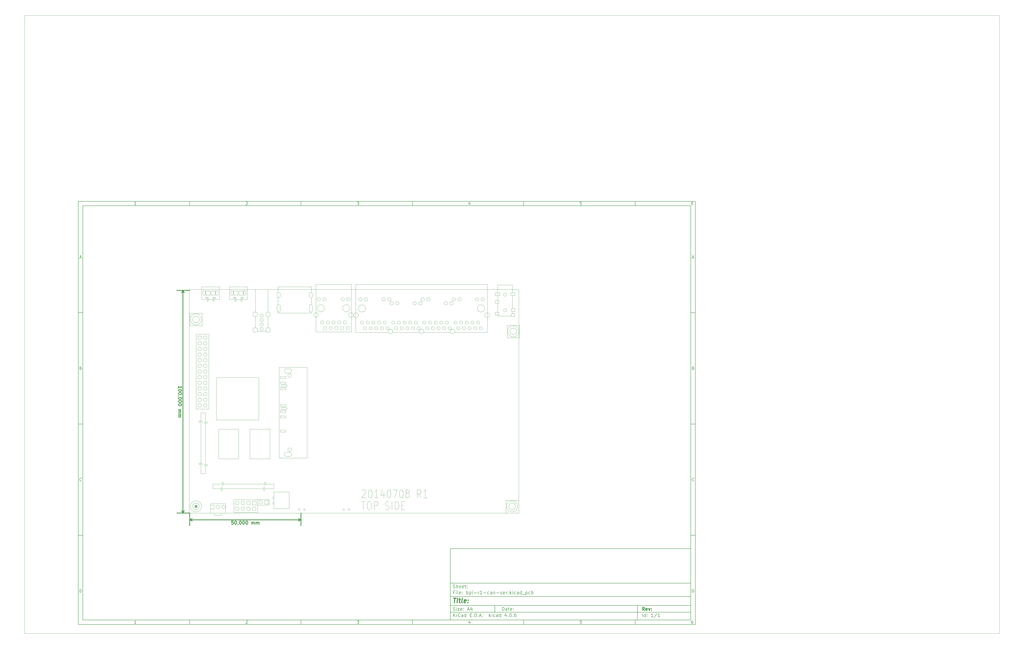
<source format=gbr>
G04 #@! TF.FileFunction,Drawing*
%FSLAX46Y46*%
G04 Gerber Fmt 4.6, Leading zero omitted, Abs format (unit mm)*
G04 Created by KiCad (PCBNEW 4.0.6) date 07/31/17 19:13:33*
%MOMM*%
%LPD*%
G01*
G04 APERTURE LIST*
%ADD10C,0.100000*%
%ADD11C,0.150000*%
%ADD12C,0.300000*%
%ADD13C,0.400000*%
G04 APERTURE END LIST*
D10*
D11*
X177002200Y-166007200D02*
X177002200Y-198007200D01*
X285002200Y-198007200D01*
X285002200Y-166007200D01*
X177002200Y-166007200D01*
D10*
D11*
X10000000Y-10000000D02*
X10000000Y-200007200D01*
X287002200Y-200007200D01*
X287002200Y-10000000D01*
X10000000Y-10000000D01*
D10*
D11*
X12000000Y-12000000D02*
X12000000Y-198007200D01*
X285002200Y-198007200D01*
X285002200Y-12000000D01*
X12000000Y-12000000D01*
D10*
D11*
X60000000Y-12000000D02*
X60000000Y-10000000D01*
D10*
D11*
X110000000Y-12000000D02*
X110000000Y-10000000D01*
D10*
D11*
X160000000Y-12000000D02*
X160000000Y-10000000D01*
D10*
D11*
X210000000Y-12000000D02*
X210000000Y-10000000D01*
D10*
D11*
X260000000Y-12000000D02*
X260000000Y-10000000D01*
D10*
D11*
X35990476Y-11588095D02*
X35247619Y-11588095D01*
X35619048Y-11588095D02*
X35619048Y-10288095D01*
X35495238Y-10473810D01*
X35371429Y-10597619D01*
X35247619Y-10659524D01*
D10*
D11*
X85247619Y-10411905D02*
X85309524Y-10350000D01*
X85433333Y-10288095D01*
X85742857Y-10288095D01*
X85866667Y-10350000D01*
X85928571Y-10411905D01*
X85990476Y-10535714D01*
X85990476Y-10659524D01*
X85928571Y-10845238D01*
X85185714Y-11588095D01*
X85990476Y-11588095D01*
D10*
D11*
X135185714Y-10288095D02*
X135990476Y-10288095D01*
X135557143Y-10783333D01*
X135742857Y-10783333D01*
X135866667Y-10845238D01*
X135928571Y-10907143D01*
X135990476Y-11030952D01*
X135990476Y-11340476D01*
X135928571Y-11464286D01*
X135866667Y-11526190D01*
X135742857Y-11588095D01*
X135371429Y-11588095D01*
X135247619Y-11526190D01*
X135185714Y-11464286D01*
D10*
D11*
X185866667Y-10721429D02*
X185866667Y-11588095D01*
X185557143Y-10226190D02*
X185247619Y-11154762D01*
X186052381Y-11154762D01*
D10*
D11*
X235928571Y-10288095D02*
X235309524Y-10288095D01*
X235247619Y-10907143D01*
X235309524Y-10845238D01*
X235433333Y-10783333D01*
X235742857Y-10783333D01*
X235866667Y-10845238D01*
X235928571Y-10907143D01*
X235990476Y-11030952D01*
X235990476Y-11340476D01*
X235928571Y-11464286D01*
X235866667Y-11526190D01*
X235742857Y-11588095D01*
X235433333Y-11588095D01*
X235309524Y-11526190D01*
X235247619Y-11464286D01*
D10*
D11*
X285866667Y-10288095D02*
X285619048Y-10288095D01*
X285495238Y-10350000D01*
X285433333Y-10411905D01*
X285309524Y-10597619D01*
X285247619Y-10845238D01*
X285247619Y-11340476D01*
X285309524Y-11464286D01*
X285371429Y-11526190D01*
X285495238Y-11588095D01*
X285742857Y-11588095D01*
X285866667Y-11526190D01*
X285928571Y-11464286D01*
X285990476Y-11340476D01*
X285990476Y-11030952D01*
X285928571Y-10907143D01*
X285866667Y-10845238D01*
X285742857Y-10783333D01*
X285495238Y-10783333D01*
X285371429Y-10845238D01*
X285309524Y-10907143D01*
X285247619Y-11030952D01*
D10*
D11*
X60000000Y-198007200D02*
X60000000Y-200007200D01*
D10*
D11*
X110000000Y-198007200D02*
X110000000Y-200007200D01*
D10*
D11*
X160000000Y-198007200D02*
X160000000Y-200007200D01*
D10*
D11*
X210000000Y-198007200D02*
X210000000Y-200007200D01*
D10*
D11*
X260000000Y-198007200D02*
X260000000Y-200007200D01*
D10*
D11*
X35990476Y-199595295D02*
X35247619Y-199595295D01*
X35619048Y-199595295D02*
X35619048Y-198295295D01*
X35495238Y-198481010D01*
X35371429Y-198604819D01*
X35247619Y-198666724D01*
D10*
D11*
X85247619Y-198419105D02*
X85309524Y-198357200D01*
X85433333Y-198295295D01*
X85742857Y-198295295D01*
X85866667Y-198357200D01*
X85928571Y-198419105D01*
X85990476Y-198542914D01*
X85990476Y-198666724D01*
X85928571Y-198852438D01*
X85185714Y-199595295D01*
X85990476Y-199595295D01*
D10*
D11*
X135185714Y-198295295D02*
X135990476Y-198295295D01*
X135557143Y-198790533D01*
X135742857Y-198790533D01*
X135866667Y-198852438D01*
X135928571Y-198914343D01*
X135990476Y-199038152D01*
X135990476Y-199347676D01*
X135928571Y-199471486D01*
X135866667Y-199533390D01*
X135742857Y-199595295D01*
X135371429Y-199595295D01*
X135247619Y-199533390D01*
X135185714Y-199471486D01*
D10*
D11*
X185866667Y-198728629D02*
X185866667Y-199595295D01*
X185557143Y-198233390D02*
X185247619Y-199161962D01*
X186052381Y-199161962D01*
D10*
D11*
X235928571Y-198295295D02*
X235309524Y-198295295D01*
X235247619Y-198914343D01*
X235309524Y-198852438D01*
X235433333Y-198790533D01*
X235742857Y-198790533D01*
X235866667Y-198852438D01*
X235928571Y-198914343D01*
X235990476Y-199038152D01*
X235990476Y-199347676D01*
X235928571Y-199471486D01*
X235866667Y-199533390D01*
X235742857Y-199595295D01*
X235433333Y-199595295D01*
X235309524Y-199533390D01*
X235247619Y-199471486D01*
D10*
D11*
X285866667Y-198295295D02*
X285619048Y-198295295D01*
X285495238Y-198357200D01*
X285433333Y-198419105D01*
X285309524Y-198604819D01*
X285247619Y-198852438D01*
X285247619Y-199347676D01*
X285309524Y-199471486D01*
X285371429Y-199533390D01*
X285495238Y-199595295D01*
X285742857Y-199595295D01*
X285866667Y-199533390D01*
X285928571Y-199471486D01*
X285990476Y-199347676D01*
X285990476Y-199038152D01*
X285928571Y-198914343D01*
X285866667Y-198852438D01*
X285742857Y-198790533D01*
X285495238Y-198790533D01*
X285371429Y-198852438D01*
X285309524Y-198914343D01*
X285247619Y-199038152D01*
D10*
D11*
X10000000Y-60000000D02*
X12000000Y-60000000D01*
D10*
D11*
X10000000Y-110000000D02*
X12000000Y-110000000D01*
D10*
D11*
X10000000Y-160000000D02*
X12000000Y-160000000D01*
D10*
D11*
X10690476Y-35216667D02*
X11309524Y-35216667D01*
X10566667Y-35588095D02*
X11000000Y-34288095D01*
X11433333Y-35588095D01*
D10*
D11*
X11092857Y-84907143D02*
X11278571Y-84969048D01*
X11340476Y-85030952D01*
X11402381Y-85154762D01*
X11402381Y-85340476D01*
X11340476Y-85464286D01*
X11278571Y-85526190D01*
X11154762Y-85588095D01*
X10659524Y-85588095D01*
X10659524Y-84288095D01*
X11092857Y-84288095D01*
X11216667Y-84350000D01*
X11278571Y-84411905D01*
X11340476Y-84535714D01*
X11340476Y-84659524D01*
X11278571Y-84783333D01*
X11216667Y-84845238D01*
X11092857Y-84907143D01*
X10659524Y-84907143D01*
D10*
D11*
X11402381Y-135464286D02*
X11340476Y-135526190D01*
X11154762Y-135588095D01*
X11030952Y-135588095D01*
X10845238Y-135526190D01*
X10721429Y-135402381D01*
X10659524Y-135278571D01*
X10597619Y-135030952D01*
X10597619Y-134845238D01*
X10659524Y-134597619D01*
X10721429Y-134473810D01*
X10845238Y-134350000D01*
X11030952Y-134288095D01*
X11154762Y-134288095D01*
X11340476Y-134350000D01*
X11402381Y-134411905D01*
D10*
D11*
X10659524Y-185588095D02*
X10659524Y-184288095D01*
X10969048Y-184288095D01*
X11154762Y-184350000D01*
X11278571Y-184473810D01*
X11340476Y-184597619D01*
X11402381Y-184845238D01*
X11402381Y-185030952D01*
X11340476Y-185278571D01*
X11278571Y-185402381D01*
X11154762Y-185526190D01*
X10969048Y-185588095D01*
X10659524Y-185588095D01*
D10*
D11*
X287002200Y-60000000D02*
X285002200Y-60000000D01*
D10*
D11*
X287002200Y-110000000D02*
X285002200Y-110000000D01*
D10*
D11*
X287002200Y-160000000D02*
X285002200Y-160000000D01*
D10*
D11*
X285692676Y-35216667D02*
X286311724Y-35216667D01*
X285568867Y-35588095D02*
X286002200Y-34288095D01*
X286435533Y-35588095D01*
D10*
D11*
X286095057Y-84907143D02*
X286280771Y-84969048D01*
X286342676Y-85030952D01*
X286404581Y-85154762D01*
X286404581Y-85340476D01*
X286342676Y-85464286D01*
X286280771Y-85526190D01*
X286156962Y-85588095D01*
X285661724Y-85588095D01*
X285661724Y-84288095D01*
X286095057Y-84288095D01*
X286218867Y-84350000D01*
X286280771Y-84411905D01*
X286342676Y-84535714D01*
X286342676Y-84659524D01*
X286280771Y-84783333D01*
X286218867Y-84845238D01*
X286095057Y-84907143D01*
X285661724Y-84907143D01*
D10*
D11*
X286404581Y-135464286D02*
X286342676Y-135526190D01*
X286156962Y-135588095D01*
X286033152Y-135588095D01*
X285847438Y-135526190D01*
X285723629Y-135402381D01*
X285661724Y-135278571D01*
X285599819Y-135030952D01*
X285599819Y-134845238D01*
X285661724Y-134597619D01*
X285723629Y-134473810D01*
X285847438Y-134350000D01*
X286033152Y-134288095D01*
X286156962Y-134288095D01*
X286342676Y-134350000D01*
X286404581Y-134411905D01*
D10*
D11*
X285661724Y-185588095D02*
X285661724Y-184288095D01*
X285971248Y-184288095D01*
X286156962Y-184350000D01*
X286280771Y-184473810D01*
X286342676Y-184597619D01*
X286404581Y-184845238D01*
X286404581Y-185030952D01*
X286342676Y-185278571D01*
X286280771Y-185402381D01*
X286156962Y-185526190D01*
X285971248Y-185588095D01*
X285661724Y-185588095D01*
D10*
D11*
X200359343Y-193785771D02*
X200359343Y-192285771D01*
X200716486Y-192285771D01*
X200930771Y-192357200D01*
X201073629Y-192500057D01*
X201145057Y-192642914D01*
X201216486Y-192928629D01*
X201216486Y-193142914D01*
X201145057Y-193428629D01*
X201073629Y-193571486D01*
X200930771Y-193714343D01*
X200716486Y-193785771D01*
X200359343Y-193785771D01*
X202502200Y-193785771D02*
X202502200Y-193000057D01*
X202430771Y-192857200D01*
X202287914Y-192785771D01*
X202002200Y-192785771D01*
X201859343Y-192857200D01*
X202502200Y-193714343D02*
X202359343Y-193785771D01*
X202002200Y-193785771D01*
X201859343Y-193714343D01*
X201787914Y-193571486D01*
X201787914Y-193428629D01*
X201859343Y-193285771D01*
X202002200Y-193214343D01*
X202359343Y-193214343D01*
X202502200Y-193142914D01*
X203002200Y-192785771D02*
X203573629Y-192785771D01*
X203216486Y-192285771D02*
X203216486Y-193571486D01*
X203287914Y-193714343D01*
X203430772Y-193785771D01*
X203573629Y-193785771D01*
X204645057Y-193714343D02*
X204502200Y-193785771D01*
X204216486Y-193785771D01*
X204073629Y-193714343D01*
X204002200Y-193571486D01*
X204002200Y-193000057D01*
X204073629Y-192857200D01*
X204216486Y-192785771D01*
X204502200Y-192785771D01*
X204645057Y-192857200D01*
X204716486Y-193000057D01*
X204716486Y-193142914D01*
X204002200Y-193285771D01*
X205359343Y-193642914D02*
X205430771Y-193714343D01*
X205359343Y-193785771D01*
X205287914Y-193714343D01*
X205359343Y-193642914D01*
X205359343Y-193785771D01*
X205359343Y-192857200D02*
X205430771Y-192928629D01*
X205359343Y-193000057D01*
X205287914Y-192928629D01*
X205359343Y-192857200D01*
X205359343Y-193000057D01*
D10*
D11*
X177002200Y-194507200D02*
X285002200Y-194507200D01*
D10*
D11*
X178359343Y-196585771D02*
X178359343Y-195085771D01*
X179216486Y-196585771D02*
X178573629Y-195728629D01*
X179216486Y-195085771D02*
X178359343Y-195942914D01*
X179859343Y-196585771D02*
X179859343Y-195585771D01*
X179859343Y-195085771D02*
X179787914Y-195157200D01*
X179859343Y-195228629D01*
X179930771Y-195157200D01*
X179859343Y-195085771D01*
X179859343Y-195228629D01*
X181430772Y-196442914D02*
X181359343Y-196514343D01*
X181145057Y-196585771D01*
X181002200Y-196585771D01*
X180787915Y-196514343D01*
X180645057Y-196371486D01*
X180573629Y-196228629D01*
X180502200Y-195942914D01*
X180502200Y-195728629D01*
X180573629Y-195442914D01*
X180645057Y-195300057D01*
X180787915Y-195157200D01*
X181002200Y-195085771D01*
X181145057Y-195085771D01*
X181359343Y-195157200D01*
X181430772Y-195228629D01*
X182716486Y-196585771D02*
X182716486Y-195800057D01*
X182645057Y-195657200D01*
X182502200Y-195585771D01*
X182216486Y-195585771D01*
X182073629Y-195657200D01*
X182716486Y-196514343D02*
X182573629Y-196585771D01*
X182216486Y-196585771D01*
X182073629Y-196514343D01*
X182002200Y-196371486D01*
X182002200Y-196228629D01*
X182073629Y-196085771D01*
X182216486Y-196014343D01*
X182573629Y-196014343D01*
X182716486Y-195942914D01*
X184073629Y-196585771D02*
X184073629Y-195085771D01*
X184073629Y-196514343D02*
X183930772Y-196585771D01*
X183645058Y-196585771D01*
X183502200Y-196514343D01*
X183430772Y-196442914D01*
X183359343Y-196300057D01*
X183359343Y-195871486D01*
X183430772Y-195728629D01*
X183502200Y-195657200D01*
X183645058Y-195585771D01*
X183930772Y-195585771D01*
X184073629Y-195657200D01*
X185930772Y-195800057D02*
X186430772Y-195800057D01*
X186645058Y-196585771D02*
X185930772Y-196585771D01*
X185930772Y-195085771D01*
X186645058Y-195085771D01*
X187287915Y-196442914D02*
X187359343Y-196514343D01*
X187287915Y-196585771D01*
X187216486Y-196514343D01*
X187287915Y-196442914D01*
X187287915Y-196585771D01*
X188002201Y-196585771D02*
X188002201Y-195085771D01*
X188359344Y-195085771D01*
X188573629Y-195157200D01*
X188716487Y-195300057D01*
X188787915Y-195442914D01*
X188859344Y-195728629D01*
X188859344Y-195942914D01*
X188787915Y-196228629D01*
X188716487Y-196371486D01*
X188573629Y-196514343D01*
X188359344Y-196585771D01*
X188002201Y-196585771D01*
X189502201Y-196442914D02*
X189573629Y-196514343D01*
X189502201Y-196585771D01*
X189430772Y-196514343D01*
X189502201Y-196442914D01*
X189502201Y-196585771D01*
X190145058Y-196157200D02*
X190859344Y-196157200D01*
X190002201Y-196585771D02*
X190502201Y-195085771D01*
X191002201Y-196585771D01*
X191502201Y-196442914D02*
X191573629Y-196514343D01*
X191502201Y-196585771D01*
X191430772Y-196514343D01*
X191502201Y-196442914D01*
X191502201Y-196585771D01*
X194502201Y-196585771D02*
X194502201Y-195085771D01*
X194645058Y-196014343D02*
X195073629Y-196585771D01*
X195073629Y-195585771D02*
X194502201Y-196157200D01*
X195716487Y-196585771D02*
X195716487Y-195585771D01*
X195716487Y-195085771D02*
X195645058Y-195157200D01*
X195716487Y-195228629D01*
X195787915Y-195157200D01*
X195716487Y-195085771D01*
X195716487Y-195228629D01*
X197073630Y-196514343D02*
X196930773Y-196585771D01*
X196645059Y-196585771D01*
X196502201Y-196514343D01*
X196430773Y-196442914D01*
X196359344Y-196300057D01*
X196359344Y-195871486D01*
X196430773Y-195728629D01*
X196502201Y-195657200D01*
X196645059Y-195585771D01*
X196930773Y-195585771D01*
X197073630Y-195657200D01*
X198359344Y-196585771D02*
X198359344Y-195800057D01*
X198287915Y-195657200D01*
X198145058Y-195585771D01*
X197859344Y-195585771D01*
X197716487Y-195657200D01*
X198359344Y-196514343D02*
X198216487Y-196585771D01*
X197859344Y-196585771D01*
X197716487Y-196514343D01*
X197645058Y-196371486D01*
X197645058Y-196228629D01*
X197716487Y-196085771D01*
X197859344Y-196014343D01*
X198216487Y-196014343D01*
X198359344Y-195942914D01*
X199716487Y-196585771D02*
X199716487Y-195085771D01*
X199716487Y-196514343D02*
X199573630Y-196585771D01*
X199287916Y-196585771D01*
X199145058Y-196514343D01*
X199073630Y-196442914D01*
X199002201Y-196300057D01*
X199002201Y-195871486D01*
X199073630Y-195728629D01*
X199145058Y-195657200D01*
X199287916Y-195585771D01*
X199573630Y-195585771D01*
X199716487Y-195657200D01*
X202216487Y-195585771D02*
X202216487Y-196585771D01*
X201859344Y-195014343D02*
X201502201Y-196085771D01*
X202430773Y-196085771D01*
X203002201Y-196442914D02*
X203073629Y-196514343D01*
X203002201Y-196585771D01*
X202930772Y-196514343D01*
X203002201Y-196442914D01*
X203002201Y-196585771D01*
X204002201Y-195085771D02*
X204145058Y-195085771D01*
X204287915Y-195157200D01*
X204359344Y-195228629D01*
X204430773Y-195371486D01*
X204502201Y-195657200D01*
X204502201Y-196014343D01*
X204430773Y-196300057D01*
X204359344Y-196442914D01*
X204287915Y-196514343D01*
X204145058Y-196585771D01*
X204002201Y-196585771D01*
X203859344Y-196514343D01*
X203787915Y-196442914D01*
X203716487Y-196300057D01*
X203645058Y-196014343D01*
X203645058Y-195657200D01*
X203716487Y-195371486D01*
X203787915Y-195228629D01*
X203859344Y-195157200D01*
X204002201Y-195085771D01*
X205145058Y-196442914D02*
X205216486Y-196514343D01*
X205145058Y-196585771D01*
X205073629Y-196514343D01*
X205145058Y-196442914D01*
X205145058Y-196585771D01*
X206502201Y-195085771D02*
X206216487Y-195085771D01*
X206073630Y-195157200D01*
X206002201Y-195228629D01*
X205859344Y-195442914D01*
X205787915Y-195728629D01*
X205787915Y-196300057D01*
X205859344Y-196442914D01*
X205930772Y-196514343D01*
X206073630Y-196585771D01*
X206359344Y-196585771D01*
X206502201Y-196514343D01*
X206573630Y-196442914D01*
X206645058Y-196300057D01*
X206645058Y-195942914D01*
X206573630Y-195800057D01*
X206502201Y-195728629D01*
X206359344Y-195657200D01*
X206073630Y-195657200D01*
X205930772Y-195728629D01*
X205859344Y-195800057D01*
X205787915Y-195942914D01*
D10*
D11*
X177002200Y-191507200D02*
X285002200Y-191507200D01*
D10*
D12*
X264216486Y-193785771D02*
X263716486Y-193071486D01*
X263359343Y-193785771D02*
X263359343Y-192285771D01*
X263930771Y-192285771D01*
X264073629Y-192357200D01*
X264145057Y-192428629D01*
X264216486Y-192571486D01*
X264216486Y-192785771D01*
X264145057Y-192928629D01*
X264073629Y-193000057D01*
X263930771Y-193071486D01*
X263359343Y-193071486D01*
X265430771Y-193714343D02*
X265287914Y-193785771D01*
X265002200Y-193785771D01*
X264859343Y-193714343D01*
X264787914Y-193571486D01*
X264787914Y-193000057D01*
X264859343Y-192857200D01*
X265002200Y-192785771D01*
X265287914Y-192785771D01*
X265430771Y-192857200D01*
X265502200Y-193000057D01*
X265502200Y-193142914D01*
X264787914Y-193285771D01*
X266002200Y-192785771D02*
X266359343Y-193785771D01*
X266716485Y-192785771D01*
X267287914Y-193642914D02*
X267359342Y-193714343D01*
X267287914Y-193785771D01*
X267216485Y-193714343D01*
X267287914Y-193642914D01*
X267287914Y-193785771D01*
X267287914Y-192857200D02*
X267359342Y-192928629D01*
X267287914Y-193000057D01*
X267216485Y-192928629D01*
X267287914Y-192857200D01*
X267287914Y-193000057D01*
D10*
D11*
X178287914Y-193714343D02*
X178502200Y-193785771D01*
X178859343Y-193785771D01*
X179002200Y-193714343D01*
X179073629Y-193642914D01*
X179145057Y-193500057D01*
X179145057Y-193357200D01*
X179073629Y-193214343D01*
X179002200Y-193142914D01*
X178859343Y-193071486D01*
X178573629Y-193000057D01*
X178430771Y-192928629D01*
X178359343Y-192857200D01*
X178287914Y-192714343D01*
X178287914Y-192571486D01*
X178359343Y-192428629D01*
X178430771Y-192357200D01*
X178573629Y-192285771D01*
X178930771Y-192285771D01*
X179145057Y-192357200D01*
X179787914Y-193785771D02*
X179787914Y-192785771D01*
X179787914Y-192285771D02*
X179716485Y-192357200D01*
X179787914Y-192428629D01*
X179859342Y-192357200D01*
X179787914Y-192285771D01*
X179787914Y-192428629D01*
X180359343Y-192785771D02*
X181145057Y-192785771D01*
X180359343Y-193785771D01*
X181145057Y-193785771D01*
X182287914Y-193714343D02*
X182145057Y-193785771D01*
X181859343Y-193785771D01*
X181716486Y-193714343D01*
X181645057Y-193571486D01*
X181645057Y-193000057D01*
X181716486Y-192857200D01*
X181859343Y-192785771D01*
X182145057Y-192785771D01*
X182287914Y-192857200D01*
X182359343Y-193000057D01*
X182359343Y-193142914D01*
X181645057Y-193285771D01*
X183002200Y-193642914D02*
X183073628Y-193714343D01*
X183002200Y-193785771D01*
X182930771Y-193714343D01*
X183002200Y-193642914D01*
X183002200Y-193785771D01*
X183002200Y-192857200D02*
X183073628Y-192928629D01*
X183002200Y-193000057D01*
X182930771Y-192928629D01*
X183002200Y-192857200D01*
X183002200Y-193000057D01*
X184787914Y-193357200D02*
X185502200Y-193357200D01*
X184645057Y-193785771D02*
X185145057Y-192285771D01*
X185645057Y-193785771D01*
X186787914Y-192785771D02*
X186787914Y-193785771D01*
X186430771Y-192214343D02*
X186073628Y-193285771D01*
X187002200Y-193285771D01*
D10*
D11*
X263359343Y-196585771D02*
X263359343Y-195085771D01*
X264716486Y-196585771D02*
X264716486Y-195085771D01*
X264716486Y-196514343D02*
X264573629Y-196585771D01*
X264287915Y-196585771D01*
X264145057Y-196514343D01*
X264073629Y-196442914D01*
X264002200Y-196300057D01*
X264002200Y-195871486D01*
X264073629Y-195728629D01*
X264145057Y-195657200D01*
X264287915Y-195585771D01*
X264573629Y-195585771D01*
X264716486Y-195657200D01*
X265430772Y-196442914D02*
X265502200Y-196514343D01*
X265430772Y-196585771D01*
X265359343Y-196514343D01*
X265430772Y-196442914D01*
X265430772Y-196585771D01*
X265430772Y-195657200D02*
X265502200Y-195728629D01*
X265430772Y-195800057D01*
X265359343Y-195728629D01*
X265430772Y-195657200D01*
X265430772Y-195800057D01*
X268073629Y-196585771D02*
X267216486Y-196585771D01*
X267645058Y-196585771D02*
X267645058Y-195085771D01*
X267502201Y-195300057D01*
X267359343Y-195442914D01*
X267216486Y-195514343D01*
X269787914Y-195014343D02*
X268502200Y-196942914D01*
X271073629Y-196585771D02*
X270216486Y-196585771D01*
X270645058Y-196585771D02*
X270645058Y-195085771D01*
X270502201Y-195300057D01*
X270359343Y-195442914D01*
X270216486Y-195514343D01*
D10*
D11*
X177002200Y-187507200D02*
X285002200Y-187507200D01*
D10*
D13*
X178454581Y-188211962D02*
X179597438Y-188211962D01*
X178776010Y-190211962D02*
X179026010Y-188211962D01*
X180014105Y-190211962D02*
X180180771Y-188878629D01*
X180264105Y-188211962D02*
X180156962Y-188307200D01*
X180240295Y-188402438D01*
X180347439Y-188307200D01*
X180264105Y-188211962D01*
X180240295Y-188402438D01*
X180847438Y-188878629D02*
X181609343Y-188878629D01*
X181216486Y-188211962D02*
X181002200Y-189926248D01*
X181073630Y-190116724D01*
X181252201Y-190211962D01*
X181442677Y-190211962D01*
X182395058Y-190211962D02*
X182216487Y-190116724D01*
X182145057Y-189926248D01*
X182359343Y-188211962D01*
X183930772Y-190116724D02*
X183728391Y-190211962D01*
X183347439Y-190211962D01*
X183168867Y-190116724D01*
X183097438Y-189926248D01*
X183192676Y-189164343D01*
X183311724Y-188973867D01*
X183514105Y-188878629D01*
X183895057Y-188878629D01*
X184073629Y-188973867D01*
X184145057Y-189164343D01*
X184121248Y-189354819D01*
X183145057Y-189545295D01*
X184895057Y-190021486D02*
X184978392Y-190116724D01*
X184871248Y-190211962D01*
X184787915Y-190116724D01*
X184895057Y-190021486D01*
X184871248Y-190211962D01*
X185026010Y-188973867D02*
X185109344Y-189069105D01*
X185002200Y-189164343D01*
X184918867Y-189069105D01*
X185026010Y-188973867D01*
X185002200Y-189164343D01*
D10*
D11*
X178859343Y-185600057D02*
X178359343Y-185600057D01*
X178359343Y-186385771D02*
X178359343Y-184885771D01*
X179073629Y-184885771D01*
X179645057Y-186385771D02*
X179645057Y-185385771D01*
X179645057Y-184885771D02*
X179573628Y-184957200D01*
X179645057Y-185028629D01*
X179716485Y-184957200D01*
X179645057Y-184885771D01*
X179645057Y-185028629D01*
X180573629Y-186385771D02*
X180430771Y-186314343D01*
X180359343Y-186171486D01*
X180359343Y-184885771D01*
X181716485Y-186314343D02*
X181573628Y-186385771D01*
X181287914Y-186385771D01*
X181145057Y-186314343D01*
X181073628Y-186171486D01*
X181073628Y-185600057D01*
X181145057Y-185457200D01*
X181287914Y-185385771D01*
X181573628Y-185385771D01*
X181716485Y-185457200D01*
X181787914Y-185600057D01*
X181787914Y-185742914D01*
X181073628Y-185885771D01*
X182430771Y-186242914D02*
X182502199Y-186314343D01*
X182430771Y-186385771D01*
X182359342Y-186314343D01*
X182430771Y-186242914D01*
X182430771Y-186385771D01*
X182430771Y-185457200D02*
X182502199Y-185528629D01*
X182430771Y-185600057D01*
X182359342Y-185528629D01*
X182430771Y-185457200D01*
X182430771Y-185600057D01*
X184287914Y-186385771D02*
X184287914Y-184885771D01*
X184287914Y-185457200D02*
X184430771Y-185385771D01*
X184716485Y-185385771D01*
X184859342Y-185457200D01*
X184930771Y-185528629D01*
X185002200Y-185671486D01*
X185002200Y-186100057D01*
X184930771Y-186242914D01*
X184859342Y-186314343D01*
X184716485Y-186385771D01*
X184430771Y-186385771D01*
X184287914Y-186314343D01*
X185645057Y-185385771D02*
X185645057Y-186885771D01*
X185645057Y-185457200D02*
X185787914Y-185385771D01*
X186073628Y-185385771D01*
X186216485Y-185457200D01*
X186287914Y-185528629D01*
X186359343Y-185671486D01*
X186359343Y-186100057D01*
X186287914Y-186242914D01*
X186216485Y-186314343D01*
X186073628Y-186385771D01*
X185787914Y-186385771D01*
X185645057Y-186314343D01*
X187002200Y-186385771D02*
X187002200Y-185385771D01*
X187002200Y-184885771D02*
X186930771Y-184957200D01*
X187002200Y-185028629D01*
X187073628Y-184957200D01*
X187002200Y-184885771D01*
X187002200Y-185028629D01*
X187716486Y-185814343D02*
X188859343Y-185814343D01*
X189573629Y-186385771D02*
X189573629Y-185385771D01*
X189573629Y-185671486D02*
X189645057Y-185528629D01*
X189716486Y-185457200D01*
X189859343Y-185385771D01*
X190002200Y-185385771D01*
X191287914Y-186385771D02*
X190430771Y-186385771D01*
X190859343Y-186385771D02*
X190859343Y-184885771D01*
X190716486Y-185100057D01*
X190573628Y-185242914D01*
X190430771Y-185314343D01*
X191930771Y-185814343D02*
X193073628Y-185814343D01*
X194430771Y-186314343D02*
X194287914Y-186385771D01*
X194002200Y-186385771D01*
X193859342Y-186314343D01*
X193787914Y-186242914D01*
X193716485Y-186100057D01*
X193716485Y-185671486D01*
X193787914Y-185528629D01*
X193859342Y-185457200D01*
X194002200Y-185385771D01*
X194287914Y-185385771D01*
X194430771Y-185457200D01*
X195716485Y-186385771D02*
X195716485Y-185600057D01*
X195645056Y-185457200D01*
X195502199Y-185385771D01*
X195216485Y-185385771D01*
X195073628Y-185457200D01*
X195716485Y-186314343D02*
X195573628Y-186385771D01*
X195216485Y-186385771D01*
X195073628Y-186314343D01*
X195002199Y-186171486D01*
X195002199Y-186028629D01*
X195073628Y-185885771D01*
X195216485Y-185814343D01*
X195573628Y-185814343D01*
X195716485Y-185742914D01*
X196430771Y-185385771D02*
X196430771Y-186385771D01*
X196430771Y-185528629D02*
X196502199Y-185457200D01*
X196645057Y-185385771D01*
X196859342Y-185385771D01*
X197002199Y-185457200D01*
X197073628Y-185600057D01*
X197073628Y-186385771D01*
X197787914Y-185814343D02*
X198930771Y-185814343D01*
X199573628Y-186314343D02*
X199716485Y-186385771D01*
X200002200Y-186385771D01*
X200145057Y-186314343D01*
X200216485Y-186171486D01*
X200216485Y-186100057D01*
X200145057Y-185957200D01*
X200002200Y-185885771D01*
X199787914Y-185885771D01*
X199645057Y-185814343D01*
X199573628Y-185671486D01*
X199573628Y-185600057D01*
X199645057Y-185457200D01*
X199787914Y-185385771D01*
X200002200Y-185385771D01*
X200145057Y-185457200D01*
X201430771Y-186314343D02*
X201287914Y-186385771D01*
X201002200Y-186385771D01*
X200859343Y-186314343D01*
X200787914Y-186171486D01*
X200787914Y-185600057D01*
X200859343Y-185457200D01*
X201002200Y-185385771D01*
X201287914Y-185385771D01*
X201430771Y-185457200D01*
X201502200Y-185600057D01*
X201502200Y-185742914D01*
X200787914Y-185885771D01*
X202145057Y-186385771D02*
X202145057Y-185385771D01*
X202145057Y-185671486D02*
X202216485Y-185528629D01*
X202287914Y-185457200D01*
X202430771Y-185385771D01*
X202573628Y-185385771D01*
X203073628Y-186242914D02*
X203145056Y-186314343D01*
X203073628Y-186385771D01*
X203002199Y-186314343D01*
X203073628Y-186242914D01*
X203073628Y-186385771D01*
X203787914Y-186385771D02*
X203787914Y-184885771D01*
X203930771Y-185814343D02*
X204359342Y-186385771D01*
X204359342Y-185385771D02*
X203787914Y-185957200D01*
X205002200Y-186385771D02*
X205002200Y-185385771D01*
X205002200Y-184885771D02*
X204930771Y-184957200D01*
X205002200Y-185028629D01*
X205073628Y-184957200D01*
X205002200Y-184885771D01*
X205002200Y-185028629D01*
X206359343Y-186314343D02*
X206216486Y-186385771D01*
X205930772Y-186385771D01*
X205787914Y-186314343D01*
X205716486Y-186242914D01*
X205645057Y-186100057D01*
X205645057Y-185671486D01*
X205716486Y-185528629D01*
X205787914Y-185457200D01*
X205930772Y-185385771D01*
X206216486Y-185385771D01*
X206359343Y-185457200D01*
X207645057Y-186385771D02*
X207645057Y-185600057D01*
X207573628Y-185457200D01*
X207430771Y-185385771D01*
X207145057Y-185385771D01*
X207002200Y-185457200D01*
X207645057Y-186314343D02*
X207502200Y-186385771D01*
X207145057Y-186385771D01*
X207002200Y-186314343D01*
X206930771Y-186171486D01*
X206930771Y-186028629D01*
X207002200Y-185885771D01*
X207145057Y-185814343D01*
X207502200Y-185814343D01*
X207645057Y-185742914D01*
X209002200Y-186385771D02*
X209002200Y-184885771D01*
X209002200Y-186314343D02*
X208859343Y-186385771D01*
X208573629Y-186385771D01*
X208430771Y-186314343D01*
X208359343Y-186242914D01*
X208287914Y-186100057D01*
X208287914Y-185671486D01*
X208359343Y-185528629D01*
X208430771Y-185457200D01*
X208573629Y-185385771D01*
X208859343Y-185385771D01*
X209002200Y-185457200D01*
X209359343Y-186528629D02*
X210502200Y-186528629D01*
X210859343Y-185385771D02*
X210859343Y-186885771D01*
X210859343Y-185457200D02*
X211002200Y-185385771D01*
X211287914Y-185385771D01*
X211430771Y-185457200D01*
X211502200Y-185528629D01*
X211573629Y-185671486D01*
X211573629Y-186100057D01*
X211502200Y-186242914D01*
X211430771Y-186314343D01*
X211287914Y-186385771D01*
X211002200Y-186385771D01*
X210859343Y-186314343D01*
X212859343Y-186314343D02*
X212716486Y-186385771D01*
X212430772Y-186385771D01*
X212287914Y-186314343D01*
X212216486Y-186242914D01*
X212145057Y-186100057D01*
X212145057Y-185671486D01*
X212216486Y-185528629D01*
X212287914Y-185457200D01*
X212430772Y-185385771D01*
X212716486Y-185385771D01*
X212859343Y-185457200D01*
X213502200Y-186385771D02*
X213502200Y-184885771D01*
X213502200Y-185457200D02*
X213645057Y-185385771D01*
X213930771Y-185385771D01*
X214073628Y-185457200D01*
X214145057Y-185528629D01*
X214216486Y-185671486D01*
X214216486Y-186100057D01*
X214145057Y-186242914D01*
X214073628Y-186314343D01*
X213930771Y-186385771D01*
X213645057Y-186385771D01*
X213502200Y-186314343D01*
D10*
D11*
X177002200Y-181507200D02*
X285002200Y-181507200D01*
D10*
D11*
X178287914Y-183614343D02*
X178502200Y-183685771D01*
X178859343Y-183685771D01*
X179002200Y-183614343D01*
X179073629Y-183542914D01*
X179145057Y-183400057D01*
X179145057Y-183257200D01*
X179073629Y-183114343D01*
X179002200Y-183042914D01*
X178859343Y-182971486D01*
X178573629Y-182900057D01*
X178430771Y-182828629D01*
X178359343Y-182757200D01*
X178287914Y-182614343D01*
X178287914Y-182471486D01*
X178359343Y-182328629D01*
X178430771Y-182257200D01*
X178573629Y-182185771D01*
X178930771Y-182185771D01*
X179145057Y-182257200D01*
X179787914Y-183685771D02*
X179787914Y-182185771D01*
X180430771Y-183685771D02*
X180430771Y-182900057D01*
X180359342Y-182757200D01*
X180216485Y-182685771D01*
X180002200Y-182685771D01*
X179859342Y-182757200D01*
X179787914Y-182828629D01*
X181716485Y-183614343D02*
X181573628Y-183685771D01*
X181287914Y-183685771D01*
X181145057Y-183614343D01*
X181073628Y-183471486D01*
X181073628Y-182900057D01*
X181145057Y-182757200D01*
X181287914Y-182685771D01*
X181573628Y-182685771D01*
X181716485Y-182757200D01*
X181787914Y-182900057D01*
X181787914Y-183042914D01*
X181073628Y-183185771D01*
X183002199Y-183614343D02*
X182859342Y-183685771D01*
X182573628Y-183685771D01*
X182430771Y-183614343D01*
X182359342Y-183471486D01*
X182359342Y-182900057D01*
X182430771Y-182757200D01*
X182573628Y-182685771D01*
X182859342Y-182685771D01*
X183002199Y-182757200D01*
X183073628Y-182900057D01*
X183073628Y-183042914D01*
X182359342Y-183185771D01*
X183502199Y-182685771D02*
X184073628Y-182685771D01*
X183716485Y-182185771D02*
X183716485Y-183471486D01*
X183787913Y-183614343D01*
X183930771Y-183685771D01*
X184073628Y-183685771D01*
X184573628Y-183542914D02*
X184645056Y-183614343D01*
X184573628Y-183685771D01*
X184502199Y-183614343D01*
X184573628Y-183542914D01*
X184573628Y-183685771D01*
X184573628Y-182757200D02*
X184645056Y-182828629D01*
X184573628Y-182900057D01*
X184502199Y-182828629D01*
X184573628Y-182757200D01*
X184573628Y-182900057D01*
D10*
D11*
X197002200Y-191507200D02*
X197002200Y-194507200D01*
D10*
D11*
X261002200Y-191507200D02*
X261002200Y-198007200D01*
D12*
X79571430Y-153528571D02*
X78857144Y-153528571D01*
X78785715Y-154242857D01*
X78857144Y-154171429D01*
X79000001Y-154100000D01*
X79357144Y-154100000D01*
X79500001Y-154171429D01*
X79571430Y-154242857D01*
X79642858Y-154385714D01*
X79642858Y-154742857D01*
X79571430Y-154885714D01*
X79500001Y-154957143D01*
X79357144Y-155028571D01*
X79000001Y-155028571D01*
X78857144Y-154957143D01*
X78785715Y-154885714D01*
X80571429Y-153528571D02*
X80714286Y-153528571D01*
X80857143Y-153600000D01*
X80928572Y-153671429D01*
X81000001Y-153814286D01*
X81071429Y-154100000D01*
X81071429Y-154457143D01*
X81000001Y-154742857D01*
X80928572Y-154885714D01*
X80857143Y-154957143D01*
X80714286Y-155028571D01*
X80571429Y-155028571D01*
X80428572Y-154957143D01*
X80357143Y-154885714D01*
X80285715Y-154742857D01*
X80214286Y-154457143D01*
X80214286Y-154100000D01*
X80285715Y-153814286D01*
X80357143Y-153671429D01*
X80428572Y-153600000D01*
X80571429Y-153528571D01*
X81785714Y-154957143D02*
X81785714Y-155028571D01*
X81714286Y-155171429D01*
X81642857Y-155242857D01*
X82714286Y-153528571D02*
X82857143Y-153528571D01*
X83000000Y-153600000D01*
X83071429Y-153671429D01*
X83142858Y-153814286D01*
X83214286Y-154100000D01*
X83214286Y-154457143D01*
X83142858Y-154742857D01*
X83071429Y-154885714D01*
X83000000Y-154957143D01*
X82857143Y-155028571D01*
X82714286Y-155028571D01*
X82571429Y-154957143D01*
X82500000Y-154885714D01*
X82428572Y-154742857D01*
X82357143Y-154457143D01*
X82357143Y-154100000D01*
X82428572Y-153814286D01*
X82500000Y-153671429D01*
X82571429Y-153600000D01*
X82714286Y-153528571D01*
X84142857Y-153528571D02*
X84285714Y-153528571D01*
X84428571Y-153600000D01*
X84500000Y-153671429D01*
X84571429Y-153814286D01*
X84642857Y-154100000D01*
X84642857Y-154457143D01*
X84571429Y-154742857D01*
X84500000Y-154885714D01*
X84428571Y-154957143D01*
X84285714Y-155028571D01*
X84142857Y-155028571D01*
X84000000Y-154957143D01*
X83928571Y-154885714D01*
X83857143Y-154742857D01*
X83785714Y-154457143D01*
X83785714Y-154100000D01*
X83857143Y-153814286D01*
X83928571Y-153671429D01*
X84000000Y-153600000D01*
X84142857Y-153528571D01*
X85571428Y-153528571D02*
X85714285Y-153528571D01*
X85857142Y-153600000D01*
X85928571Y-153671429D01*
X86000000Y-153814286D01*
X86071428Y-154100000D01*
X86071428Y-154457143D01*
X86000000Y-154742857D01*
X85928571Y-154885714D01*
X85857142Y-154957143D01*
X85714285Y-155028571D01*
X85571428Y-155028571D01*
X85428571Y-154957143D01*
X85357142Y-154885714D01*
X85285714Y-154742857D01*
X85214285Y-154457143D01*
X85214285Y-154100000D01*
X85285714Y-153814286D01*
X85357142Y-153671429D01*
X85428571Y-153600000D01*
X85571428Y-153528571D01*
X87857142Y-155028571D02*
X87857142Y-154028571D01*
X87857142Y-154171429D02*
X87928570Y-154100000D01*
X88071428Y-154028571D01*
X88285713Y-154028571D01*
X88428570Y-154100000D01*
X88499999Y-154242857D01*
X88499999Y-155028571D01*
X88499999Y-154242857D02*
X88571428Y-154100000D01*
X88714285Y-154028571D01*
X88928570Y-154028571D01*
X89071428Y-154100000D01*
X89142856Y-154242857D01*
X89142856Y-155028571D01*
X89857142Y-155028571D02*
X89857142Y-154028571D01*
X89857142Y-154171429D02*
X89928570Y-154100000D01*
X90071428Y-154028571D01*
X90285713Y-154028571D01*
X90428570Y-154100000D01*
X90499999Y-154242857D01*
X90499999Y-155028571D01*
X90499999Y-154242857D02*
X90571428Y-154100000D01*
X90714285Y-154028571D01*
X90928570Y-154028571D01*
X91071428Y-154100000D01*
X91142856Y-154242857D01*
X91142856Y-155028571D01*
X60000000Y-153000000D02*
X110000000Y-153000000D01*
X60000000Y-150000000D02*
X60000000Y-155700000D01*
X110000000Y-150000000D02*
X110000000Y-155700000D01*
X110000000Y-153000000D02*
X108873496Y-153586421D01*
X110000000Y-153000000D02*
X108873496Y-152413579D01*
X60000000Y-153000000D02*
X61126504Y-153586421D01*
X60000000Y-153000000D02*
X61126504Y-152413579D01*
X54971429Y-93928573D02*
X54971429Y-93071430D01*
X54971429Y-93500002D02*
X56471429Y-93500002D01*
X56257143Y-93357145D01*
X56114286Y-93214287D01*
X56042857Y-93071430D01*
X56471429Y-94857144D02*
X56471429Y-95000001D01*
X56400000Y-95142858D01*
X56328571Y-95214287D01*
X56185714Y-95285716D01*
X55900000Y-95357144D01*
X55542857Y-95357144D01*
X55257143Y-95285716D01*
X55114286Y-95214287D01*
X55042857Y-95142858D01*
X54971429Y-95000001D01*
X54971429Y-94857144D01*
X55042857Y-94714287D01*
X55114286Y-94642858D01*
X55257143Y-94571430D01*
X55542857Y-94500001D01*
X55900000Y-94500001D01*
X56185714Y-94571430D01*
X56328571Y-94642858D01*
X56400000Y-94714287D01*
X56471429Y-94857144D01*
X56471429Y-96285715D02*
X56471429Y-96428572D01*
X56400000Y-96571429D01*
X56328571Y-96642858D01*
X56185714Y-96714287D01*
X55900000Y-96785715D01*
X55542857Y-96785715D01*
X55257143Y-96714287D01*
X55114286Y-96642858D01*
X55042857Y-96571429D01*
X54971429Y-96428572D01*
X54971429Y-96285715D01*
X55042857Y-96142858D01*
X55114286Y-96071429D01*
X55257143Y-96000001D01*
X55542857Y-95928572D01*
X55900000Y-95928572D01*
X56185714Y-96000001D01*
X56328571Y-96071429D01*
X56400000Y-96142858D01*
X56471429Y-96285715D01*
X55042857Y-97500000D02*
X54971429Y-97500000D01*
X54828571Y-97428572D01*
X54757143Y-97357143D01*
X56471429Y-98428572D02*
X56471429Y-98571429D01*
X56400000Y-98714286D01*
X56328571Y-98785715D01*
X56185714Y-98857144D01*
X55900000Y-98928572D01*
X55542857Y-98928572D01*
X55257143Y-98857144D01*
X55114286Y-98785715D01*
X55042857Y-98714286D01*
X54971429Y-98571429D01*
X54971429Y-98428572D01*
X55042857Y-98285715D01*
X55114286Y-98214286D01*
X55257143Y-98142858D01*
X55542857Y-98071429D01*
X55900000Y-98071429D01*
X56185714Y-98142858D01*
X56328571Y-98214286D01*
X56400000Y-98285715D01*
X56471429Y-98428572D01*
X56471429Y-99857143D02*
X56471429Y-100000000D01*
X56400000Y-100142857D01*
X56328571Y-100214286D01*
X56185714Y-100285715D01*
X55900000Y-100357143D01*
X55542857Y-100357143D01*
X55257143Y-100285715D01*
X55114286Y-100214286D01*
X55042857Y-100142857D01*
X54971429Y-100000000D01*
X54971429Y-99857143D01*
X55042857Y-99714286D01*
X55114286Y-99642857D01*
X55257143Y-99571429D01*
X55542857Y-99500000D01*
X55900000Y-99500000D01*
X56185714Y-99571429D01*
X56328571Y-99642857D01*
X56400000Y-99714286D01*
X56471429Y-99857143D01*
X56471429Y-101285714D02*
X56471429Y-101428571D01*
X56400000Y-101571428D01*
X56328571Y-101642857D01*
X56185714Y-101714286D01*
X55900000Y-101785714D01*
X55542857Y-101785714D01*
X55257143Y-101714286D01*
X55114286Y-101642857D01*
X55042857Y-101571428D01*
X54971429Y-101428571D01*
X54971429Y-101285714D01*
X55042857Y-101142857D01*
X55114286Y-101071428D01*
X55257143Y-101000000D01*
X55542857Y-100928571D01*
X55900000Y-100928571D01*
X56185714Y-101000000D01*
X56328571Y-101071428D01*
X56400000Y-101142857D01*
X56471429Y-101285714D01*
X54971429Y-103571428D02*
X55971429Y-103571428D01*
X55828571Y-103571428D02*
X55900000Y-103642856D01*
X55971429Y-103785714D01*
X55971429Y-103999999D01*
X55900000Y-104142856D01*
X55757143Y-104214285D01*
X54971429Y-104214285D01*
X55757143Y-104214285D02*
X55900000Y-104285714D01*
X55971429Y-104428571D01*
X55971429Y-104642856D01*
X55900000Y-104785714D01*
X55757143Y-104857142D01*
X54971429Y-104857142D01*
X54971429Y-105571428D02*
X55971429Y-105571428D01*
X55828571Y-105571428D02*
X55900000Y-105642856D01*
X55971429Y-105785714D01*
X55971429Y-105999999D01*
X55900000Y-106142856D01*
X55757143Y-106214285D01*
X54971429Y-106214285D01*
X55757143Y-106214285D02*
X55900000Y-106285714D01*
X55971429Y-106428571D01*
X55971429Y-106642856D01*
X55900000Y-106785714D01*
X55757143Y-106857142D01*
X54971429Y-106857142D01*
X57000000Y-50000000D02*
X57000000Y-150000000D01*
X60000000Y-50000000D02*
X54300000Y-50000000D01*
X60000000Y-150000000D02*
X54300000Y-150000000D01*
X57000000Y-150000000D02*
X56413579Y-148873496D01*
X57000000Y-150000000D02*
X57586421Y-148873496D01*
X57000000Y-50000000D02*
X56413579Y-51126504D01*
X57000000Y-50000000D02*
X57586421Y-51126504D01*
D10*
X137384511Y-139819782D02*
X137524358Y-139644974D01*
X137804051Y-139470166D01*
X138503284Y-139470166D01*
X138782977Y-139644974D01*
X138922824Y-139819782D01*
X139062670Y-140169399D01*
X139062670Y-140519015D01*
X138922824Y-141043440D01*
X137244665Y-143141139D01*
X139062670Y-143141139D01*
X140880675Y-139470166D02*
X141160368Y-139470166D01*
X141440061Y-139644974D01*
X141579908Y-139819782D01*
X141719755Y-140169399D01*
X141859601Y-140868632D01*
X141859601Y-141742673D01*
X141719755Y-142441906D01*
X141579908Y-142791522D01*
X141440061Y-142966331D01*
X141160368Y-143141139D01*
X140880675Y-143141139D01*
X140600982Y-142966331D01*
X140461135Y-142791522D01*
X140321289Y-142441906D01*
X140181442Y-141742673D01*
X140181442Y-140868632D01*
X140321289Y-140169399D01*
X140461135Y-139819782D01*
X140600982Y-139644974D01*
X140880675Y-139470166D01*
X144656532Y-143141139D02*
X142978373Y-143141139D01*
X143817453Y-143141139D02*
X143817453Y-139470166D01*
X143537760Y-139994590D01*
X143258066Y-140344207D01*
X142978373Y-140519015D01*
X147173770Y-140693823D02*
X147173770Y-143141139D01*
X146474537Y-139295358D02*
X145775304Y-141917481D01*
X147593310Y-141917481D01*
X149271468Y-139470166D02*
X149551161Y-139470166D01*
X149830854Y-139644974D01*
X149970701Y-139819782D01*
X150110548Y-140169399D01*
X150250394Y-140868632D01*
X150250394Y-141742673D01*
X150110548Y-142441906D01*
X149970701Y-142791522D01*
X149830854Y-142966331D01*
X149551161Y-143141139D01*
X149271468Y-143141139D01*
X148991775Y-142966331D01*
X148851928Y-142791522D01*
X148712082Y-142441906D01*
X148572235Y-141742673D01*
X148572235Y-140868632D01*
X148712082Y-140169399D01*
X148851928Y-139819782D01*
X148991775Y-139644974D01*
X149271468Y-139470166D01*
X151229320Y-139470166D02*
X153187172Y-139470166D01*
X151928553Y-143141139D01*
X154865330Y-139470166D02*
X155145023Y-139470166D01*
X155424716Y-139644974D01*
X155564563Y-139819782D01*
X155704410Y-140169399D01*
X155844256Y-140868632D01*
X155844256Y-141742673D01*
X155704410Y-142441906D01*
X155564563Y-142791522D01*
X155424716Y-142966331D01*
X155145023Y-143141139D01*
X154865330Y-143141139D01*
X154585637Y-142966331D01*
X154445790Y-142791522D01*
X154305944Y-142441906D01*
X154166097Y-141742673D01*
X154166097Y-140868632D01*
X154305944Y-140169399D01*
X154445790Y-139819782D01*
X154585637Y-139644974D01*
X154865330Y-139470166D01*
X157522415Y-141043440D02*
X157242721Y-140868632D01*
X157102875Y-140693823D01*
X156963028Y-140344207D01*
X156963028Y-140169399D01*
X157102875Y-139819782D01*
X157242721Y-139644974D01*
X157522415Y-139470166D01*
X158081801Y-139470166D01*
X158361494Y-139644974D01*
X158501341Y-139819782D01*
X158641187Y-140169399D01*
X158641187Y-140344207D01*
X158501341Y-140693823D01*
X158361494Y-140868632D01*
X158081801Y-141043440D01*
X157522415Y-141043440D01*
X157242721Y-141218248D01*
X157102875Y-141393056D01*
X156963028Y-141742673D01*
X156963028Y-142441906D01*
X157102875Y-142791522D01*
X157242721Y-142966331D01*
X157522415Y-143141139D01*
X158081801Y-143141139D01*
X158361494Y-142966331D01*
X158501341Y-142791522D01*
X158641187Y-142441906D01*
X158641187Y-141742673D01*
X158501341Y-141393056D01*
X158361494Y-141218248D01*
X158081801Y-141043440D01*
X163815510Y-143141139D02*
X162836584Y-141393056D01*
X162137351Y-143141139D02*
X162137351Y-139470166D01*
X163256123Y-139470166D01*
X163535817Y-139644974D01*
X163675663Y-139819782D01*
X163815510Y-140169399D01*
X163815510Y-140693823D01*
X163675663Y-141043440D01*
X163535817Y-141218248D01*
X163256123Y-141393056D01*
X162137351Y-141393056D01*
X166612441Y-143141139D02*
X164934282Y-143141139D01*
X165773362Y-143141139D02*
X165773362Y-139470166D01*
X165493669Y-139994590D01*
X165213975Y-140344207D01*
X164934282Y-140519015D01*
X137104818Y-144754651D02*
X138782977Y-144754651D01*
X137943898Y-148425624D02*
X137943898Y-144754651D01*
X140321289Y-144754651D02*
X140880675Y-144754651D01*
X141160369Y-144929459D01*
X141440062Y-145279075D01*
X141579908Y-145978308D01*
X141579908Y-147201966D01*
X141440062Y-147901199D01*
X141160369Y-148250816D01*
X140880675Y-148425624D01*
X140321289Y-148425624D01*
X140041596Y-148250816D01*
X139761903Y-147901199D01*
X139622056Y-147201966D01*
X139622056Y-145978308D01*
X139761903Y-145279075D01*
X140041596Y-144929459D01*
X140321289Y-144754651D01*
X142838528Y-148425624D02*
X142838528Y-144754651D01*
X143957300Y-144754651D01*
X144236994Y-144929459D01*
X144376840Y-145104267D01*
X144516687Y-145453884D01*
X144516687Y-145978308D01*
X144376840Y-146327925D01*
X144236994Y-146502733D01*
X143957300Y-146677541D01*
X142838528Y-146677541D01*
X147873004Y-148250816D02*
X148292544Y-148425624D01*
X148991777Y-148425624D01*
X149271470Y-148250816D01*
X149411317Y-148076007D01*
X149551163Y-147726391D01*
X149551163Y-147376774D01*
X149411317Y-147027158D01*
X149271470Y-146852350D01*
X148991777Y-146677541D01*
X148432391Y-146502733D01*
X148152697Y-146327925D01*
X148012851Y-146153117D01*
X147873004Y-145803500D01*
X147873004Y-145453884D01*
X148012851Y-145104267D01*
X148152697Y-144929459D01*
X148432391Y-144754651D01*
X149131623Y-144754651D01*
X149551163Y-144929459D01*
X150809782Y-148425624D02*
X150809782Y-144754651D01*
X152208248Y-148425624D02*
X152208248Y-144754651D01*
X152907481Y-144754651D01*
X153327020Y-144929459D01*
X153606714Y-145279075D01*
X153746560Y-145628692D01*
X153886407Y-146327925D01*
X153886407Y-146852350D01*
X153746560Y-147551583D01*
X153606714Y-147901199D01*
X153327020Y-148250816D01*
X152907481Y-148425624D01*
X152208248Y-148425624D01*
X155145026Y-146502733D02*
X156123952Y-146502733D01*
X156543492Y-148425624D02*
X155145026Y-148425624D01*
X155145026Y-144754651D01*
X156543492Y-144754651D01*
X71977993Y-108152007D02*
X90978006Y-108152007D01*
X72994323Y-112300386D02*
X72994323Y-125600384D01*
X128694231Y-58036600D02*
G75*
G02X131944231Y-58036600I1625000J0D01*
G01*
X90978006Y-108152007D02*
X90978006Y-89151994D01*
X76114993Y-145793003D02*
X76114993Y-149992995D01*
X120514232Y-58036600D02*
G75*
G02X117264230Y-58036600I-1625001J0D01*
G01*
X74214997Y-150992993D02*
X71215003Y-150992993D01*
X87028712Y-112300386D02*
X87028712Y-125600384D01*
X82958848Y-54914529D02*
X82958848Y-53136529D01*
X90978006Y-89151994D02*
X71977993Y-89151994D01*
X202509000Y-65632000D02*
X208097000Y-65632000D01*
X80357888Y-53136529D02*
X80789688Y-53136529D01*
X79821005Y-149614992D02*
X79821005Y-143964991D01*
X189149200Y-58104527D02*
G75*
G02X192399200Y-58104527I1625000J0D01*
G01*
X202294136Y-146986529D02*
G75*
G02X207294126Y-146986529I2499995J0D01*
G01*
X95702000Y-146404000D02*
X90521009Y-146404000D01*
X80789688Y-53136529D02*
X80789688Y-54914529D01*
X80789688Y-54914529D02*
X80357888Y-54914529D01*
X80357888Y-54914529D02*
X80357888Y-53136529D01*
X68559991Y-103270000D02*
X62909990Y-103270000D01*
X90521009Y-149614992D02*
X79821005Y-149614992D01*
X71215003Y-149994529D02*
X74214997Y-149994529D01*
X192399201Y-58104527D02*
G75*
G02X189149199Y-58104527I-1625001J0D01*
G01*
X208097000Y-71220000D02*
X202509000Y-71220000D01*
X202803005Y-68426000D02*
G75*
G02X207802995Y-68426000I2499995J0D01*
G01*
X71977993Y-89151994D02*
X71977993Y-108152007D01*
X207802995Y-68426000D02*
G75*
G02X202803005Y-68426000I-2499995J0D01*
G01*
X79821005Y-143964991D02*
X90521009Y-143964991D01*
X90521009Y-143964991D02*
X90521009Y-149614992D01*
X208097000Y-65632000D02*
X208097000Y-71220000D01*
X71215003Y-150992993D02*
X71215003Y-149994529D01*
X90521009Y-143864000D02*
X95702000Y-143864000D01*
X95702000Y-143864000D02*
X95702000Y-146404000D01*
X81994305Y-112300386D02*
X72994323Y-112300386D01*
X87028712Y-125600384D02*
X96028694Y-125600384D01*
X94116011Y-136965005D02*
X97766004Y-136965005D01*
X96028694Y-125600384D02*
X96028694Y-112300386D01*
X72994323Y-125600384D02*
X81994305Y-125600384D01*
X202311466Y-58948999D02*
G75*
G02X200911464Y-58948999I-700001J0D01*
G01*
X131944232Y-58036600D02*
G75*
G02X128694230Y-58036600I-1625001J0D01*
G01*
X62909990Y-69669991D02*
X68559991Y-69669991D01*
X62909990Y-103270000D02*
X62909990Y-69669991D01*
X207294126Y-146986529D02*
G75*
G02X202294136Y-146986529I-2499995J0D01*
G01*
X112687130Y-84509529D02*
X112687130Y-125309529D01*
X68559991Y-69669991D02*
X68559991Y-103270000D01*
X97766004Y-138965001D02*
X93615987Y-138965001D01*
X112687130Y-125309529D02*
X100187129Y-125309529D01*
X69315007Y-149992995D02*
X69315007Y-145793003D01*
X97766004Y-136965005D02*
X97766004Y-138965001D01*
X81994305Y-125600384D02*
X81994305Y-112300386D01*
X139059201Y-58104527D02*
G75*
G02X135809199Y-58104527I-1625001J0D01*
G01*
X202311466Y-51949000D02*
G75*
G02X200911464Y-51949000I-700001J0D01*
G01*
X200911464Y-51949000D02*
G75*
G02X202311466Y-51949000I700001J0D01*
G01*
X74214997Y-149994529D02*
X74214997Y-150992993D01*
X100187129Y-84509529D02*
X112687130Y-84509529D01*
X135809200Y-58104527D02*
G75*
G02X139059200Y-58104527I1625000J0D01*
G01*
X100187129Y-125309529D02*
X100187129Y-84509529D01*
X69315007Y-145793003D02*
X76114993Y-145793003D01*
X96028694Y-112300386D02*
X87028712Y-112300386D01*
X200911464Y-58948999D02*
G75*
G02X202311466Y-58948999I700001J0D01*
G01*
X202509000Y-71220000D02*
X202509000Y-65632000D01*
X67054000Y-128120001D02*
X67054000Y-109620012D01*
X117264231Y-58036600D02*
G75*
G02X120514231Y-58036600I1625000J0D01*
G01*
X129573685Y-148394532D02*
G75*
G02X128823673Y-148394532I-375006J0D01*
G01*
X131123695Y-148394532D02*
G75*
G02X131873705Y-148394532I375005J0D01*
G01*
X104072130Y-88314528D02*
G75*
G02X105702130Y-88314528I815000J0D01*
G01*
X131379232Y-61086599D02*
G75*
G02X133479232Y-61086599I1050000J0D01*
G01*
X181189200Y-64454527D02*
G75*
G02X182579200Y-64454527I695000J0D01*
G01*
X133479233Y-61086599D02*
G75*
G02X131379231Y-61086599I-1050001J0D01*
G01*
X104072130Y-121504530D02*
G75*
G02X105702130Y-121504530I815000J0D01*
G01*
X103452129Y-87174529D02*
G75*
G02X103452129Y-85224529I0J975000D01*
G01*
X188244200Y-54044528D02*
G75*
G02X189764202Y-54044528I760001J0D01*
G01*
X190199200Y-64454527D02*
G75*
G02X188809200Y-64454527I-695000J0D01*
G01*
X191469200Y-66994527D02*
G75*
G02X190079200Y-66994527I-695000J0D01*
G01*
X105702130Y-88314528D02*
G75*
G02X104072130Y-88314528I-815000J0D01*
G01*
X190784200Y-54044528D02*
G75*
G02X192304202Y-54044528I760001J0D01*
G01*
X190079200Y-66994527D02*
G75*
G02X191469200Y-66994527I695000J0D01*
G01*
X181914200Y-54044528D02*
G75*
G02X180394198Y-54044528I-760001J0D01*
G01*
X185119200Y-64454527D02*
G75*
G02X183729200Y-64454527I-695000J0D01*
G01*
X60310135Y-146986529D02*
G75*
G02X65310125Y-146986529I2499995J0D01*
G01*
X135729200Y-61154526D02*
G75*
G02X133629198Y-61154526I-1050001J0D01*
G01*
X186389200Y-66994527D02*
G75*
G02X184999200Y-66994527I-695000J0D01*
G01*
X133629199Y-61154526D02*
G75*
G02X135729199Y-61154526I1050000J0D01*
G01*
X194579202Y-61154526D02*
G75*
G02X192479200Y-61154526I-1050001J0D01*
G01*
X188929200Y-66994527D02*
G75*
G02X187539200Y-66994527I-695000J0D01*
G01*
X92757403Y-145134000D02*
G75*
G02X91106403Y-145134000I-825500J0D01*
G01*
X186269200Y-64454527D02*
G75*
G02X187659200Y-64454527I695000J0D01*
G01*
X84716500Y-145515000D02*
G75*
G02X83065500Y-145515000I-825500J0D01*
G01*
X83065500Y-148055000D02*
G75*
G02X84716500Y-148055000I825500J0D01*
G01*
X128823673Y-148394532D02*
G75*
G02X129573685Y-148394532I375006J0D01*
G01*
X108837827Y-148394532D02*
G75*
G02X109587837Y-148394532I375005J0D01*
G01*
X111887858Y-148394532D02*
G75*
G02X111137846Y-148394532I-375006J0D01*
G01*
X131873706Y-148394532D02*
G75*
G02X131123694Y-148394532I-375006J0D01*
G01*
X65310125Y-146986529D02*
G75*
G02X60310135Y-146986529I-2499995J0D01*
G01*
X103452129Y-124594530D02*
G75*
G02X103452129Y-122644530I0J975000D01*
G01*
X104802129Y-122644531D02*
G75*
G02X104802129Y-124594529I0J-974999D01*
G01*
X189764202Y-54044528D02*
G75*
G02X188244200Y-54044528I-760001J0D01*
G01*
X182579200Y-64454527D02*
G75*
G02X181189200Y-64454527I-695000J0D01*
G01*
X187659200Y-64454527D02*
G75*
G02X186269200Y-64454527I-695000J0D01*
G01*
X180394198Y-54044528D02*
G75*
G02X181914200Y-54044528I760001J0D01*
G01*
X111137846Y-148394532D02*
G75*
G02X111887858Y-148394532I375006J0D01*
G01*
X180039200Y-64454527D02*
G75*
G02X178649200Y-64454527I-695000J0D01*
G01*
X104802129Y-85224530D02*
G75*
G02X104802129Y-87174528I0J-974999D01*
G01*
X192304202Y-54044528D02*
G75*
G02X190784200Y-54044528I-760001J0D01*
G01*
X178649200Y-64454527D02*
G75*
G02X180039200Y-64454527I695000J0D01*
G01*
X115729230Y-61086599D02*
G75*
G02X117829230Y-61086599I1050000J0D01*
G01*
X91106403Y-145134000D02*
G75*
G02X92757403Y-145134000I825500J0D01*
G01*
X192479201Y-61154526D02*
G75*
G02X194579201Y-61154526I1050000J0D01*
G01*
X80525500Y-145515000D02*
G75*
G02X82176500Y-145515000I825500J0D01*
G01*
X88145500Y-148055000D02*
G75*
G02X89796500Y-148055000I825500J0D01*
G01*
X80525500Y-148055000D02*
G75*
G02X82176500Y-148055000I825500J0D01*
G01*
X105702130Y-121504530D02*
G75*
G02X104072130Y-121504530I-815000J0D01*
G01*
X117829231Y-61086599D02*
G75*
G02X115729229Y-61086599I-1050001J0D01*
G01*
X183729200Y-64454527D02*
G75*
G02X185119200Y-64454527I695000J0D01*
G01*
X184999200Y-66994527D02*
G75*
G02X186389200Y-66994527I695000J0D01*
G01*
X187539200Y-66994527D02*
G75*
G02X188929200Y-66994527I695000J0D01*
G01*
X83065500Y-145515000D02*
G75*
G02X84716500Y-145515000I825500J0D01*
G01*
X87256500Y-145515000D02*
G75*
G02X85605500Y-145515000I-825500J0D01*
G01*
X85605500Y-145515000D02*
G75*
G02X87256500Y-145515000I825500J0D01*
G01*
X82176500Y-148055000D02*
G75*
G02X80525500Y-148055000I-825500J0D01*
G01*
X82176500Y-145515000D02*
G75*
G02X80525500Y-145515000I-825500J0D01*
G01*
X84716500Y-148055000D02*
G75*
G02X83065500Y-148055000I-825500J0D01*
G01*
X87256500Y-148055000D02*
G75*
G02X85605500Y-148055000I-825500J0D01*
G01*
X85605500Y-148055000D02*
G75*
G02X87256500Y-148055000I825500J0D01*
G01*
X188809200Y-64454527D02*
G75*
G02X190199200Y-64454527I695000J0D01*
G01*
X89796500Y-148055000D02*
G75*
G02X88145500Y-148055000I-825500J0D01*
G01*
X109587838Y-148394532D02*
G75*
G02X108837826Y-148394532I-375006J0D01*
G01*
X204411465Y-61648998D02*
X204411465Y-60448998D01*
X116654231Y-68646599D02*
X116654231Y-47306601D01*
X116654231Y-47306601D02*
X132554230Y-47306601D01*
X99630028Y-60188940D02*
X99630028Y-59668009D01*
X199211465Y-52298999D02*
X197211464Y-52298999D01*
X204011466Y-51098999D02*
X206011467Y-51098999D01*
X198811466Y-55649000D02*
X197211466Y-55649000D01*
X206011467Y-51098999D02*
X206011467Y-52298999D01*
X82113028Y-52115449D02*
X82113028Y-50215529D01*
X206011467Y-60448998D02*
X206011467Y-61648998D01*
X423615000Y-204046000D02*
X-14154000Y-204046000D01*
X423615000Y73449000D02*
X423615000Y-204046000D01*
X-14154000Y73449000D02*
X423615000Y73449000D01*
X198811466Y-54448998D02*
X198811466Y-55649000D01*
X206011467Y-61648998D02*
X204411465Y-61648998D01*
X81635508Y-50215529D02*
X81635508Y-52115449D01*
X177130326Y-68904529D02*
X165048074Y-68904529D01*
X-14154000Y-204046000D02*
X-14154000Y73449000D01*
X82113028Y-50215529D02*
X84012948Y-50215529D01*
X198311464Y-61548999D02*
X204411465Y-61548999D01*
X59802130Y-49544529D02*
X59802130Y-149994529D01*
X59802130Y-149994529D02*
X207802131Y-149994529D01*
X207802131Y-149994529D02*
X59802130Y-149994529D01*
X204011466Y-52298999D02*
X204011466Y-51098999D01*
X79735588Y-50215529D02*
X81635508Y-50215529D01*
X197211466Y-55649000D02*
X197211466Y-54448998D01*
X59802130Y-49544529D02*
X65372766Y-49544529D01*
X82958848Y-53136529D02*
X83390648Y-53136529D01*
X197211466Y-59848999D02*
X198811466Y-59848999D01*
X198811466Y-59848999D02*
X198811466Y-61049002D01*
X199211465Y-51098999D02*
X199211465Y-52298999D01*
X59802130Y-149994529D02*
X59802130Y-49544529D01*
X206011467Y-52298999D02*
X204011466Y-52298999D01*
X95172130Y-49544527D02*
X95172130Y-59731712D01*
X204411465Y-58199000D02*
X206011467Y-58199000D01*
X82958848Y-54040769D02*
X80789688Y-54040769D01*
X79735588Y-52115449D02*
X79735588Y-50215529D01*
X59802130Y-49544529D02*
X207802131Y-49544529D01*
X207802131Y-149994529D02*
X207802131Y-49544529D01*
X81635508Y-52115449D02*
X79735588Y-52115449D01*
X197211466Y-61049002D02*
X197211466Y-59848999D01*
X207802131Y-49544529D02*
X207802131Y-65632000D01*
X198311464Y-47548999D02*
X204911466Y-47548999D01*
X204911466Y-47548999D02*
X204911466Y-51098999D01*
X198311464Y-47548999D02*
X198311464Y-51098999D01*
X197211464Y-51098999D02*
X199211465Y-51098999D01*
X197211464Y-52298999D02*
X197211464Y-51098999D01*
X204411465Y-60448998D02*
X206011467Y-60448998D01*
X114666828Y-59706444D02*
X114666828Y-60188940D01*
X206011467Y-58199000D02*
X206011467Y-59398998D01*
X132554230Y-47306601D02*
X132554230Y-68646599D01*
X84012948Y-50215529D02*
X84012948Y-52115449D01*
X206011467Y-59398998D02*
X204411465Y-59398998D01*
X83390648Y-54914529D02*
X82958848Y-54914529D01*
X114666828Y-60188940D02*
X99630028Y-60188940D01*
X204411465Y-59398998D02*
X204411465Y-58199000D01*
X83390648Y-53136529D02*
X83390648Y-54914529D01*
X197211466Y-54448998D02*
X198811466Y-54448998D01*
X132554230Y-68646599D02*
X116654231Y-68646599D01*
X198811466Y-61049002D02*
X197211466Y-61049002D01*
X84012948Y-52115449D02*
X82113028Y-52115449D01*
X63017230Y-147486529D02*
X62603030Y-147486529D01*
X62560130Y-146486529D02*
X63060130Y-146486529D01*
X62310130Y-146779429D02*
X62603030Y-146486529D01*
X63060130Y-147486529D02*
X62560130Y-147486529D01*
X62560130Y-147486529D02*
X62310130Y-146986529D01*
X62310130Y-147193629D02*
X62310130Y-146779429D01*
X63310130Y-146486529D02*
X63310130Y-147486529D01*
X63310130Y-146861529D02*
X63310130Y-147111529D01*
X62310130Y-146986529D02*
X62560130Y-146486529D01*
X63310130Y-147486529D02*
X62310130Y-147486529D01*
X63060130Y-147486529D02*
X62560130Y-147486529D01*
X63310130Y-146986529D02*
G75*
G03X63310130Y-146986529I-500000J0D01*
G01*
X63226130Y-147361529D02*
X63060130Y-147486529D01*
X63310130Y-147111529D02*
X63226130Y-147361529D01*
X63226130Y-146611529D02*
X63310130Y-146861529D01*
X63310130Y-147193629D02*
X63017230Y-147486529D01*
X63310130Y-146779429D02*
X63310130Y-147193629D01*
X63017230Y-146486529D02*
X63310130Y-146779429D01*
X63060130Y-146486529D02*
X63226130Y-146611529D01*
X62394130Y-146611529D02*
X62560130Y-146486529D01*
X62603030Y-147486529D02*
X62310130Y-147193629D01*
X62310130Y-147486529D02*
X62310130Y-146486529D01*
X62603030Y-146486529D02*
X63017230Y-146486529D01*
X63310130Y-146986529D02*
X63060130Y-147486529D01*
X62310130Y-146486529D02*
X63310130Y-146486529D01*
X62310130Y-146861529D02*
X62394130Y-146611529D01*
X62560130Y-146486529D02*
X63060130Y-146486529D01*
X63060130Y-146486529D02*
X63310130Y-146986529D01*
X62310130Y-147111529D02*
X62310130Y-146861529D01*
X67903998Y-128120001D02*
X67903998Y-128620000D01*
X66604001Y-128620000D02*
X66604001Y-128120001D01*
X67825500Y-83920000D02*
G75*
G02X66174500Y-83920000I-825500J0D01*
G01*
X67825500Y-78840000D02*
G75*
G02X66174500Y-78840000I-825500J0D01*
G01*
X63634500Y-78840000D02*
G75*
G02X65285500Y-78840000I825500J0D01*
G01*
X65504003Y-128120001D02*
X64204006Y-128120001D01*
X64204006Y-128120001D02*
X64204006Y-127620002D01*
X67825500Y-71220000D02*
G75*
G02X66174500Y-71220000I-825500J0D01*
G01*
X65285500Y-71220000D02*
G75*
G02X63634500Y-71220000I-825500J0D01*
G01*
X65285500Y-76300000D02*
G75*
G02X63634500Y-76300000I-825500J0D01*
G01*
X67825500Y-76300000D02*
G75*
G02X66174500Y-76300000I-825500J0D01*
G01*
X63634500Y-76300000D02*
G75*
G02X65285500Y-76300000I825500J0D01*
G01*
X66174500Y-83920000D02*
G75*
G02X67825500Y-83920000I825500J0D01*
G01*
X63634500Y-71220000D02*
G75*
G02X65285500Y-71220000I825500J0D01*
G01*
X67903998Y-109120013D02*
X67903998Y-109620012D01*
X74615999Y-139814999D02*
X74116000Y-139814999D01*
X74615999Y-137415004D02*
X74615999Y-136115006D01*
X73540500Y-147293000D02*
G75*
G02X71889500Y-147293000I-825500J0D01*
G01*
X64204006Y-108619989D02*
X65504003Y-108619989D01*
X64204006Y-127620002D02*
X65504003Y-127620002D01*
X74116000Y-138515002D02*
X74615999Y-138515002D01*
X65285500Y-73760000D02*
G75*
G02X63634500Y-73760000I-825500J0D01*
G01*
X66604001Y-109620012D02*
X66604001Y-109120013D01*
X71889500Y-147293000D02*
G75*
G02X73540500Y-147293000I825500J0D01*
G01*
X95257500Y-144308500D02*
X95257500Y-145959500D01*
X74615999Y-138515002D02*
X74615999Y-139814999D01*
X74116000Y-139814999D02*
X74116000Y-138515002D01*
X93115988Y-138515002D02*
X93615987Y-138515002D01*
X74429500Y-147293000D02*
G75*
G02X76080500Y-147293000I825500J0D01*
G01*
X93615987Y-138515002D02*
X93615987Y-139814999D01*
X66174500Y-76300000D02*
G75*
G02X67825500Y-76300000I825500J0D01*
G01*
X95257500Y-145959500D02*
X93606500Y-145959500D01*
X93615987Y-139814999D02*
X93115988Y-139814999D01*
X93115988Y-139814999D02*
X93115988Y-138515002D01*
X64204006Y-109119988D02*
X64204006Y-108619989D01*
X66604001Y-128120001D02*
X67903998Y-128120001D01*
X65285500Y-78840000D02*
G75*
G02X63634500Y-78840000I-825500J0D01*
G01*
X93615987Y-136115006D02*
X94116011Y-136115006D01*
X94116011Y-136115006D02*
X94116011Y-137415004D01*
X94116011Y-137415004D02*
X93615987Y-137415004D01*
X76080500Y-147293000D02*
G75*
G02X74429500Y-147293000I-825500J0D01*
G01*
X65504003Y-127620002D02*
X65504003Y-128120001D01*
X93615987Y-137415004D02*
X93615987Y-136115006D01*
X93606500Y-144308500D02*
X95257500Y-144308500D01*
X71000500Y-146467500D02*
X69315007Y-146467500D01*
X71000500Y-148118500D02*
X71000500Y-146467500D01*
X67825500Y-73760000D02*
G75*
G02X66174500Y-73760000I-825500J0D01*
G01*
X93606500Y-145959500D02*
X93606500Y-144308500D01*
X88145500Y-144689500D02*
X89796500Y-144689500D01*
X89796500Y-144689500D02*
X89796500Y-146340500D01*
X89796500Y-146340500D02*
X88145500Y-146340500D01*
X63634500Y-73760000D02*
G75*
G02X65285500Y-73760000I825500J0D01*
G01*
X69315007Y-146467500D02*
X69315007Y-148118500D01*
X88145500Y-146340500D02*
X88145500Y-144689500D01*
X66604001Y-109120013D02*
X67903998Y-109120013D01*
X67903998Y-128620000D02*
X66604001Y-128620000D01*
X69315007Y-148118500D02*
X71000500Y-148118500D01*
X65504003Y-108619989D02*
X65504003Y-109119988D01*
X66174500Y-73760000D02*
G75*
G02X67825500Y-73760000I825500J0D01*
G01*
X67903998Y-109620012D02*
X66604001Y-109620012D01*
X66174500Y-71220000D02*
G75*
G02X67825500Y-71220000I825500J0D01*
G01*
X66174500Y-78840000D02*
G75*
G02X67825500Y-78840000I825500J0D01*
G01*
X65504003Y-109119988D02*
X64204006Y-109119988D01*
X130474229Y-53976601D02*
G75*
G02X131994231Y-53976601I760001J0D01*
G01*
X119754230Y-53976601D02*
G75*
G02X121274232Y-53976601I760001J0D01*
G01*
X123844233Y-64386600D02*
G75*
G02X125364229Y-64386600I759998J0D01*
G01*
X178324202Y-55824527D02*
G75*
G02X176804200Y-55824527I-760001J0D01*
G01*
X177854198Y-54044528D02*
G75*
G02X179374200Y-54044528I760001J0D01*
G01*
X121274232Y-53976601D02*
G75*
G02X119754230Y-53976601I-760001J0D01*
G01*
X167934200Y-54044528D02*
G75*
G02X166414198Y-54044528I-760001J0D01*
G01*
X161804202Y-55824527D02*
G75*
G02X160284200Y-55824527I-760001J0D01*
G01*
X122574233Y-66926600D02*
G75*
G02X124094229Y-66926600I759998J0D01*
G01*
X151184201Y-68444527D02*
G75*
G02X149084199Y-68444527I-1050001J0D01*
G01*
X165154201Y-68444527D02*
G75*
G02X163054199Y-68444527I-1050001J0D01*
G01*
X130194233Y-66926600D02*
G75*
G02X131714229Y-66926600I759998J0D01*
G01*
X113698438Y-51688983D02*
G75*
G02X115198440Y-51688983I750001J0D01*
G01*
X163054200Y-68444527D02*
G75*
G02X165154200Y-68444527I1050000J0D01*
G01*
X126634230Y-66926600D02*
G75*
G02X125114232Y-66926600I-759999J0D01*
G01*
X120284230Y-64386600D02*
G75*
G02X118764232Y-64386600I-759999J0D01*
G01*
X147824202Y-54044528D02*
G75*
G02X146304200Y-54044528I-760001J0D01*
G01*
X162824200Y-55824527D02*
G75*
G02X164344202Y-55824527I760001J0D01*
G01*
X127904230Y-64386600D02*
G75*
G02X126384232Y-64386600I-759999J0D01*
G01*
X126384233Y-64386600D02*
G75*
G02X127904229Y-64386600I759998J0D01*
G01*
X129174230Y-66926600D02*
G75*
G02X127654232Y-66926600I-759999J0D01*
G01*
X179124201Y-68444527D02*
G75*
G02X177024199Y-68444527I-1050001J0D01*
G01*
X160284200Y-55824527D02*
G75*
G02X161804202Y-55824527I760001J0D01*
G01*
X120034233Y-66926600D02*
G75*
G02X121554229Y-66926600I759998J0D01*
G01*
X136739200Y-64454527D02*
G75*
G02X138129200Y-64454527I695000J0D01*
G01*
X165394200Y-54044528D02*
G75*
G02X163874198Y-54044528I-760001J0D01*
G01*
X166414198Y-54044528D02*
G75*
G02X167934200Y-54044528I760001J0D01*
G01*
X148844200Y-54044528D02*
G75*
G02X150364202Y-54044528I760001J0D01*
G01*
X152434198Y-55824527D02*
G75*
G02X153954200Y-55824527I760001J0D01*
G01*
X164344202Y-55824527D02*
G75*
G02X162824200Y-55824527I-760001J0D01*
G01*
X137424200Y-54044528D02*
G75*
G02X135904198Y-54044528I-760001J0D01*
G01*
X139964200Y-54044528D02*
G75*
G02X138444198Y-54044528I-760001J0D01*
G01*
X124094230Y-66926600D02*
G75*
G02X122574232Y-66926600I-759999J0D01*
G01*
X125364230Y-64386600D02*
G75*
G02X123844232Y-64386600I-759999J0D01*
G01*
X121554230Y-66926600D02*
G75*
G02X120034232Y-66926600I-759999J0D01*
G01*
X125114233Y-66926600D02*
G75*
G02X126634229Y-66926600I759998J0D01*
G01*
X179374200Y-54044528D02*
G75*
G02X177854198Y-54044528I-760001J0D01*
G01*
X138444198Y-54044528D02*
G75*
G02X139964200Y-54044528I760001J0D01*
G01*
X122824230Y-64386600D02*
G75*
G02X121304232Y-64386600I-759999J0D01*
G01*
X117214230Y-53976601D02*
G75*
G02X118734232Y-53976601I760001J0D01*
G01*
X131714230Y-66926600D02*
G75*
G02X130194232Y-66926600I-759999J0D01*
G01*
X121304233Y-64386600D02*
G75*
G02X122824229Y-64386600I759998J0D01*
G01*
X128924233Y-64386600D02*
G75*
G02X130444229Y-64386600I759998J0D01*
G01*
X127654233Y-66926600D02*
G75*
G02X129174229Y-66926600I759998J0D01*
G01*
X129454231Y-53976601D02*
G75*
G02X127934229Y-53976601I-760001J0D01*
G01*
X127934229Y-53976601D02*
G75*
G02X129454231Y-53976601I760001J0D01*
G01*
X175784202Y-55824527D02*
G75*
G02X174264200Y-55824527I-760001J0D01*
G01*
X115198440Y-52488880D02*
G75*
G02X113698438Y-52488880I-750001J0D01*
G01*
X118734232Y-53976601D02*
G75*
G02X117214230Y-53976601I-760001J0D01*
G01*
X130444230Y-64386600D02*
G75*
G02X128924232Y-64386600I-759999J0D01*
G01*
X118764233Y-64386600D02*
G75*
G02X120284229Y-64386600I759998J0D01*
G01*
X177024200Y-68444527D02*
G75*
G02X179124200Y-68444527I1050000J0D01*
G01*
X163874198Y-54044528D02*
G75*
G02X165394200Y-54044528I760001J0D01*
G01*
X150364202Y-54044528D02*
G75*
G02X148844200Y-54044528I-760001J0D01*
G01*
X149894198Y-55824527D02*
G75*
G02X151414200Y-55824527I760001J0D01*
G01*
X135904198Y-54044528D02*
G75*
G02X137424200Y-54044528I760001J0D01*
G01*
X151414200Y-55824527D02*
G75*
G02X149894198Y-55824527I-760001J0D01*
G01*
X153954200Y-55824527D02*
G75*
G02X152434198Y-55824527I-760001J0D01*
G01*
X174264200Y-55824527D02*
G75*
G02X175784202Y-55824527I760001J0D01*
G01*
X146304200Y-54044528D02*
G75*
G02X147824202Y-54044528I760001J0D01*
G01*
X149084200Y-68444527D02*
G75*
G02X151184200Y-68444527I1050000J0D01*
G01*
X176804200Y-55824527D02*
G75*
G02X178324202Y-55824527I760001J0D01*
G01*
X131994231Y-53976601D02*
G75*
G02X130474229Y-53976601I-760001J0D01*
G01*
X97352131Y-145869528D02*
X97352131Y-145169530D01*
X97802130Y-140544530D02*
X97802130Y-147994528D01*
X97802130Y-147994528D02*
X104652129Y-147994528D01*
X104652129Y-140544530D02*
X97802130Y-140544530D01*
X104652129Y-147994528D02*
X104652129Y-140544530D01*
X67856886Y-54040769D02*
X65372766Y-54040769D01*
X65302124Y-63044530D02*
G75*
G02X60302134Y-63044530I-2499995J0D01*
G01*
X97352131Y-143369528D02*
X97352131Y-142669530D01*
X64302131Y-63044530D02*
G75*
G02X61302127Y-63044530I-1500002J0D01*
G01*
X206294131Y-146986529D02*
G75*
G02X203294131Y-146986529I-1500000J0D01*
G01*
X97802130Y-145869528D02*
X97352131Y-145869528D01*
X203803001Y-68426000D02*
G75*
G02X206802999Y-68426000I1499999J0D01*
G01*
X65596129Y-60250530D02*
X65596129Y-65838530D01*
X202000131Y-144192529D02*
X207802131Y-144192529D01*
X95172130Y-61837339D02*
X95172130Y-66731714D01*
X202000131Y-149994529D02*
X202000131Y-144192529D01*
X95172130Y-49544529D02*
X89472132Y-49544529D01*
X89472132Y-59731712D02*
X89472132Y-49544527D01*
X77873768Y-48391809D02*
X85874768Y-48391809D01*
X85874768Y-54040769D02*
X83390648Y-54040769D01*
X97802130Y-143369528D02*
X97352131Y-143369528D01*
X97802130Y-145169530D02*
X97352131Y-145169530D01*
X94362584Y-68394527D02*
X90281675Y-68394527D01*
X89472132Y-66731714D02*
X89472132Y-61837339D01*
X80357888Y-54040769D02*
X77873768Y-54040769D01*
X203294131Y-146986529D02*
G75*
G02X206294131Y-146986529I1500000J0D01*
G01*
X206803000Y-68426000D02*
G75*
G02X203803000Y-68426000I-1500000J0D01*
G01*
X77873768Y-54040769D02*
X77873768Y-48391809D01*
X85874768Y-48391809D02*
X85874768Y-54040769D01*
X61302127Y-63044530D02*
G75*
G02X64302131Y-63044530I1500002J0D01*
G01*
X60008129Y-60250530D02*
X65596129Y-60250530D01*
X65596129Y-65838530D02*
X60008129Y-65838530D01*
X64310130Y-146986529D02*
G75*
G02X61310130Y-146986529I-1500000J0D01*
G01*
X60302134Y-63044530D02*
G75*
G02X65302124Y-63044530I2499995J0D01*
G01*
X60008129Y-65838530D02*
X60008129Y-60250530D01*
X61310130Y-146986529D02*
G75*
G02X64310130Y-146986529I1500000J0D01*
G01*
X97802130Y-142669530D02*
X97352131Y-142669530D01*
X100687131Y-102184528D02*
X100687131Y-101284527D01*
X101187130Y-102554527D02*
X103587130Y-102554527D01*
X74615999Y-136115006D02*
X75115998Y-136115006D01*
X103087131Y-112714527D02*
X103087131Y-113614528D01*
X100687131Y-91124527D02*
X103087131Y-91124527D01*
X103087131Y-91124527D02*
X103087131Y-92024528D01*
X103087131Y-92024528D02*
X100687131Y-92024528D01*
X101187130Y-92394527D02*
X103587130Y-92394527D01*
X101187130Y-93294528D02*
X101187130Y-92394527D01*
X103087131Y-102184528D02*
X100687131Y-102184528D01*
X103587130Y-103454528D02*
X101187130Y-103454528D01*
X103087131Y-104724528D02*
X100687131Y-104724528D01*
X103087131Y-106364527D02*
X103087131Y-107264528D01*
X100687131Y-92024528D02*
X100687131Y-91124527D01*
X103587130Y-93294528D02*
X101187130Y-93294528D01*
X103587130Y-102554527D02*
X103587130Y-103454528D01*
X100687131Y-103824527D02*
X103087131Y-103824527D01*
X100687131Y-107264528D02*
X100687131Y-106364527D01*
X103087131Y-107264528D02*
X100687131Y-107264528D01*
X100687131Y-112714527D02*
X103087131Y-112714527D01*
X113698438Y-57188997D02*
G75*
G02X115198440Y-57188997I750001J0D01*
G01*
X103087131Y-93664527D02*
X103087131Y-94564528D01*
X115198440Y-58988892D02*
G75*
G02X113698438Y-58988892I-750001J0D01*
G01*
X96276131Y-60784527D02*
G75*
G02X94168129Y-60784527I-1054001J0D01*
G01*
X94168129Y-60784527D02*
G75*
G02X96276131Y-60784527I1054001J0D01*
G01*
X96276131Y-67784528D02*
G75*
G02X94168129Y-67784528I-1054001J0D01*
G01*
X94168129Y-67784528D02*
G75*
G02X96276131Y-67784528I1054001J0D01*
G01*
X100687131Y-93664527D02*
X103087131Y-93664527D01*
X93036130Y-61284529D02*
G75*
G02X91608132Y-61284529I-713999J0D01*
G01*
X91608132Y-63284527D02*
G75*
G02X93036130Y-63284527I713999J0D01*
G01*
X101187130Y-103454528D02*
X101187130Y-102554527D01*
X90476131Y-67784528D02*
G75*
G02X88368133Y-67784528I-1053999J0D01*
G01*
X88368134Y-67784528D02*
G75*
G02X90476130Y-67784528I1053998J0D01*
G01*
X90476131Y-60784527D02*
G75*
G02X88368133Y-60784527I-1053999J0D01*
G01*
X103087131Y-103824527D02*
X103087131Y-104724528D01*
X88368134Y-60784527D02*
G75*
G02X90476130Y-60784527I1053998J0D01*
G01*
X91608132Y-61284529D02*
G75*
G02X93036130Y-61284529I713999J0D01*
G01*
X93036130Y-63284527D02*
G75*
G02X91608132Y-63284527I-713999J0D01*
G01*
X93036130Y-67284527D02*
G75*
G02X91608132Y-67284527I-713999J0D01*
G01*
X100687131Y-94564528D02*
X100687131Y-93664527D01*
X91608132Y-65284528D02*
G75*
G02X93036130Y-65284528I713999J0D01*
G01*
X79519688Y-53314329D02*
G75*
G02X80230888Y-53314329I355600J0D01*
G01*
X84178048Y-50619389D02*
G75*
G02X85270248Y-50619389I546100J0D01*
G01*
X100687131Y-104724528D02*
X100687131Y-103824527D01*
X103087131Y-88584527D02*
X103087131Y-89484528D01*
X103587130Y-92394527D02*
X103587130Y-93294528D01*
X103087131Y-89484528D02*
X100687131Y-89484528D01*
X100687131Y-89484528D02*
X100687131Y-88584527D01*
X103087131Y-94564528D02*
X100687131Y-94564528D01*
X100687131Y-101284527D02*
X103087131Y-101284527D01*
X100687131Y-106364527D02*
X103087131Y-106364527D01*
X75115998Y-136115006D02*
X75115998Y-137415004D01*
X83517648Y-53314329D02*
G75*
G02X84228848Y-53314329I355600J0D01*
G01*
X103087131Y-113614528D02*
X100687131Y-113614528D01*
X93036130Y-65284528D02*
G75*
G02X91608132Y-65284528I-713999J0D01*
G01*
X84228848Y-53314329D02*
G75*
G02X83517648Y-53314329I-355600J0D01*
G01*
X80230888Y-53314329D02*
G75*
G02X79519688Y-53314329I-355600J0D01*
G01*
X75115998Y-137415004D02*
X74615999Y-137415004D01*
X91608132Y-67284527D02*
G75*
G02X93036130Y-67284527I713999J0D01*
G01*
X85270248Y-51711589D02*
G75*
G02X84178048Y-51711589I-546100J0D01*
G01*
X100687131Y-88584527D02*
X103087131Y-88584527D01*
X100687131Y-113614528D02*
X100687131Y-112714527D01*
X103087131Y-101284527D02*
X103087131Y-102184528D01*
X162139200Y-66994527D02*
G75*
G02X163529200Y-66994527I695000J0D01*
G01*
X141939200Y-66994527D02*
G75*
G02X140549200Y-66994527I-695000J0D01*
G01*
X148169200Y-66994527D02*
G75*
G02X149559200Y-66994527I695000J0D01*
G01*
X146899200Y-64454527D02*
G75*
G02X148289200Y-64454527I695000J0D01*
G01*
X139279200Y-64454527D02*
G75*
G02X140669200Y-64454527I695000J0D01*
G01*
X160869200Y-64454527D02*
G75*
G02X162259200Y-64454527I695000J0D01*
G01*
X158329200Y-64454527D02*
G75*
G02X159719200Y-64454527I695000J0D01*
G01*
X171029200Y-66994527D02*
G75*
G02X172419200Y-66994527I695000J0D01*
G01*
X153369200Y-66994527D02*
G75*
G02X151979200Y-66994527I-695000J0D01*
G01*
X140669200Y-64454527D02*
G75*
G02X139279200Y-64454527I-695000J0D01*
G01*
X162259200Y-64454527D02*
G75*
G02X160869200Y-64454527I-695000J0D01*
G01*
X149559200Y-66994527D02*
G75*
G02X148169200Y-66994527I-695000J0D01*
G01*
X182459200Y-66994527D02*
G75*
G02X183849200Y-66994527I695000J0D01*
G01*
X141819200Y-64454527D02*
G75*
G02X143209200Y-64454527I695000J0D01*
G01*
X173689200Y-64454527D02*
G75*
G02X172299200Y-64454527I-695000J0D01*
G01*
X160989200Y-66994527D02*
G75*
G02X159599200Y-66994527I-695000J0D01*
G01*
X183849200Y-66994527D02*
G75*
G02X182459200Y-66994527I-695000J0D01*
G01*
X164679200Y-64454527D02*
G75*
G02X166069200Y-64454527I695000J0D01*
G01*
X151979200Y-66994527D02*
G75*
G02X153369200Y-66994527I695000J0D01*
G01*
X158449200Y-66994527D02*
G75*
G02X157059200Y-66994527I-695000J0D01*
G01*
X152099200Y-64454527D02*
G75*
G02X150709200Y-64454527I-695000J0D01*
G01*
X144479200Y-66994527D02*
G75*
G02X143089200Y-66994527I-695000J0D01*
G01*
X150709200Y-64454527D02*
G75*
G02X152099200Y-64454527I695000J0D01*
G01*
X138129200Y-64454527D02*
G75*
G02X136739200Y-64454527I-695000J0D01*
G01*
X181309200Y-66994527D02*
G75*
G02X179919200Y-66994527I-695000J0D01*
G01*
X148289200Y-64454527D02*
G75*
G02X146899200Y-64454527I-695000J0D01*
G01*
X143089200Y-66994527D02*
G75*
G02X144479200Y-66994527I695000J0D01*
G01*
X154639200Y-64454527D02*
G75*
G02X153249200Y-64454527I-695000J0D01*
G01*
X174959200Y-66994527D02*
G75*
G02X173569200Y-66994527I-695000J0D01*
G01*
X179919200Y-66994527D02*
G75*
G02X181309200Y-66994527I695000J0D01*
G01*
X167339200Y-66994527D02*
G75*
G02X165949200Y-66994527I-695000J0D01*
G01*
X165949200Y-66994527D02*
G75*
G02X167339200Y-66994527I695000J0D01*
G01*
X169879200Y-66994527D02*
G75*
G02X168489200Y-66994527I-695000J0D01*
G01*
X173569200Y-66994527D02*
G75*
G02X174959200Y-66994527I695000J0D01*
G01*
X176109200Y-66994527D02*
G75*
G02X177499200Y-66994527I695000J0D01*
G01*
X157179200Y-64454527D02*
G75*
G02X155789200Y-64454527I-695000J0D01*
G01*
X144359200Y-64454527D02*
G75*
G02X145749200Y-64454527I695000J0D01*
G01*
X157059200Y-66994527D02*
G75*
G02X158449200Y-66994527I695000J0D01*
G01*
X140549200Y-66994527D02*
G75*
G02X141939200Y-66994527I695000J0D01*
G01*
X155789200Y-64454527D02*
G75*
G02X157179200Y-64454527I695000J0D01*
G01*
X159599200Y-66994527D02*
G75*
G02X160989200Y-66994527I695000J0D01*
G01*
X145749200Y-64454527D02*
G75*
G02X144359200Y-64454527I-695000J0D01*
G01*
X145629200Y-66994527D02*
G75*
G02X147019200Y-66994527I695000J0D01*
G01*
X169759200Y-64454527D02*
G75*
G02X171149200Y-64454527I695000J0D01*
G01*
X171149200Y-64454527D02*
G75*
G02X169759200Y-64454527I-695000J0D01*
G01*
X168609200Y-64454527D02*
G75*
G02X167219200Y-64454527I-695000J0D01*
G01*
X167219200Y-64454527D02*
G75*
G02X168609200Y-64454527I695000J0D01*
G01*
X163529200Y-66994527D02*
G75*
G02X162139200Y-66994527I-695000J0D01*
G01*
X159719200Y-64454527D02*
G75*
G02X158329200Y-64454527I-695000J0D01*
G01*
X138009200Y-66994527D02*
G75*
G02X139399200Y-66994527I695000J0D01*
G01*
X147019200Y-66994527D02*
G75*
G02X145629200Y-66994527I-695000J0D01*
G01*
X143209200Y-64454527D02*
G75*
G02X141819200Y-64454527I-695000J0D01*
G01*
X153249200Y-64454527D02*
G75*
G02X154639200Y-64454527I695000J0D01*
G01*
X166069200Y-64454527D02*
G75*
G02X164679200Y-64454527I-695000J0D01*
G01*
X139399200Y-66994527D02*
G75*
G02X138009200Y-66994527I-695000J0D01*
G01*
X174839200Y-64454527D02*
G75*
G02X176229200Y-64454527I695000J0D01*
G01*
X168489200Y-66994527D02*
G75*
G02X169879200Y-66994527I695000J0D01*
G01*
X172419200Y-66994527D02*
G75*
G02X171029200Y-66994527I-695000J0D01*
G01*
X177499200Y-66994527D02*
G75*
G02X176109200Y-66994527I-695000J0D01*
G01*
X176229200Y-64454527D02*
G75*
G02X174839200Y-64454527I-695000J0D01*
G01*
X154519200Y-66994527D02*
G75*
G02X155909200Y-66994527I695000J0D01*
G01*
X172299200Y-64454527D02*
G75*
G02X173689200Y-64454527I695000J0D01*
G01*
X155909200Y-66994527D02*
G75*
G02X154519200Y-66994527I-695000J0D01*
G01*
X114666828Y-48377940D02*
X114666828Y-50971430D01*
X193654199Y-68904529D02*
X179018074Y-68904529D01*
X115198489Y-57188997D02*
X115198489Y-58988892D01*
X100698467Y-57188997D02*
X100698467Y-58988892D01*
X198311464Y-55649000D02*
X198311464Y-59848999D01*
X163160326Y-68904529D02*
X151078074Y-68904529D01*
X134554200Y-68904529D02*
X134554200Y-47304526D01*
X204911466Y-59398998D02*
X204911466Y-60448998D01*
X63634500Y-101700000D02*
G75*
G02X65285500Y-101700000I825500J0D01*
G01*
X67825500Y-101700000D02*
G75*
G02X66174500Y-101700000I-825500J0D01*
G01*
X115198489Y-51688983D02*
X115198489Y-52488880D01*
X99198368Y-51688983D02*
X99198368Y-52488880D01*
X100698418Y-52488880D02*
G75*
G02X99198416Y-52488880I-750001J0D01*
G01*
X114666828Y-53206430D02*
X114666828Y-56471445D01*
X99630028Y-48377940D02*
X114666828Y-48377940D01*
X204911466Y-52298999D02*
X204911466Y-58199000D01*
X66174500Y-101700000D02*
G75*
G02X67825500Y-101700000I825500J0D01*
G01*
X198311464Y-52298999D02*
X198311464Y-54448998D01*
X113698390Y-51688983D02*
X113698390Y-52488880D01*
X100698467Y-51688983D02*
X100698467Y-52488880D01*
X99198416Y-51688983D02*
G75*
G02X100698418Y-51688983I750001J0D01*
G01*
X99198368Y-57188997D02*
X99198368Y-58988892D01*
X100698418Y-58988892D02*
G75*
G02X99198416Y-58988892I-750001J0D01*
G01*
X99630028Y-56509880D02*
X99630028Y-53167997D01*
X149190326Y-68904529D02*
X134554200Y-68904529D01*
X134554200Y-47304526D02*
X193654199Y-47304526D01*
X113698390Y-57188997D02*
X113698390Y-58988892D01*
X99198416Y-57188997D02*
G75*
G02X100698418Y-57188997I750001J0D01*
G01*
X193654199Y-47304526D02*
X193654199Y-68904529D01*
X99630028Y-51009863D02*
X99630028Y-48377940D01*
X198311464Y-61049002D02*
X198311464Y-61548999D01*
X73373766Y-48391809D02*
X73373766Y-54040769D01*
X73373766Y-54040769D02*
X70889646Y-54040769D01*
X68288686Y-53136529D02*
X68288686Y-54914529D01*
X71677046Y-50619389D02*
X71677046Y-51711589D01*
X68288686Y-54914529D02*
X67856886Y-54914529D01*
X67069486Y-51711589D02*
G75*
G02X65977286Y-51711589I-546100J0D01*
G01*
X71677046Y-50619389D02*
G75*
G02X72769246Y-50619389I546100J0D01*
G01*
X67729886Y-53314329D02*
G75*
G02X67018686Y-53314329I-355600J0D01*
G01*
X67856886Y-53136529D02*
X68288686Y-53136529D01*
X65977286Y-50619389D02*
G75*
G02X67069486Y-50619389I546100J0D01*
G01*
X65977286Y-50619389D02*
X65977286Y-51711589D01*
X72769246Y-51711589D02*
G75*
G02X71677046Y-51711589I-546100J0D01*
G01*
X67069486Y-50619389D02*
X67069486Y-51711589D01*
X72769246Y-50619389D02*
X72769246Y-51711589D01*
X67018686Y-53314329D02*
G75*
G02X67729886Y-53314329I355600J0D01*
G01*
X71727846Y-53314329D02*
G75*
G02X71016646Y-53314329I-355600J0D01*
G01*
X71016646Y-53314329D02*
G75*
G02X71727846Y-53314329I355600J0D01*
G01*
X65372766Y-54040769D02*
X65372766Y-48391809D01*
X65372766Y-48391809D02*
X73373766Y-48391809D01*
X93115988Y-138965001D02*
X74615999Y-138965001D01*
X70466007Y-138965001D02*
X70466007Y-136965005D01*
X67054000Y-104969996D02*
X65054004Y-104969996D01*
X193654199Y-49544529D02*
X198311464Y-49544529D01*
X132554230Y-49544529D02*
X134554200Y-49544529D01*
X73373766Y-49544529D02*
X77873768Y-49544529D01*
X85270248Y-50619389D02*
X85270248Y-51711589D01*
X65054004Y-132269993D02*
X67054000Y-132269993D01*
X75115998Y-136965005D02*
X93616012Y-136965005D01*
X84178048Y-50619389D02*
X84178048Y-51711589D01*
X103452129Y-85224527D02*
X104802129Y-85224527D01*
X79570488Y-50619389D02*
X79570488Y-51711589D01*
X79570488Y-51711589D02*
G75*
G02X78478288Y-51711589I-546100J0D01*
G01*
X104802129Y-122644528D02*
X103452129Y-122644528D01*
X104802129Y-124594529D02*
X103452129Y-124594529D01*
X74116000Y-138965001D02*
X70466007Y-138965001D01*
X65054004Y-104969996D02*
X65054004Y-108619989D01*
X204911466Y-49544529D02*
X207802131Y-49544529D01*
X65054004Y-109119988D02*
X65054004Y-127620002D01*
X207802131Y-68360278D02*
X207802131Y-68491720D01*
X85874768Y-49544529D02*
X89472132Y-49544529D01*
X207802131Y-71220000D02*
X207802131Y-149994529D01*
X114641428Y-49544529D02*
X116654231Y-49544529D01*
X104802129Y-87174530D02*
X103452129Y-87174530D01*
X70466007Y-136965005D02*
X74615999Y-136965005D01*
X65054004Y-128120001D02*
X65054004Y-132269993D01*
X67054000Y-132269993D02*
X67054000Y-128620000D01*
X95172130Y-49544529D02*
X99630028Y-49544529D01*
X78478288Y-50619389D02*
X78478288Y-51711589D01*
X67054000Y-109120013D02*
X67054000Y-104969996D01*
X78478288Y-50619389D02*
G75*
G02X79570488Y-50619389I546100J0D01*
G01*
X70889646Y-54914529D02*
X70457846Y-54914529D01*
X70457846Y-54914529D02*
X70457846Y-53136529D01*
X69612026Y-50215529D02*
X71511946Y-50215529D01*
X71511946Y-50215529D02*
X71511946Y-52115449D01*
X69612026Y-52115449D02*
X69612026Y-50215529D01*
X63310130Y-146986529D02*
X62810130Y-147486529D01*
X63310130Y-147486529D02*
X62310130Y-147486529D01*
X67234586Y-50215529D02*
X69134506Y-50215529D01*
X69134506Y-50215529D02*
X69134506Y-52115449D01*
X67234586Y-52115449D02*
X67234586Y-50215529D01*
X70457846Y-54040769D02*
X68288686Y-54040769D01*
X62810130Y-146486529D02*
X63310130Y-147486529D01*
X62310130Y-146986529D02*
X62810130Y-146486529D01*
X62810130Y-146486529D02*
X62810130Y-147486529D01*
X62310130Y-147486529D02*
X62810130Y-146486529D01*
X62310130Y-146986529D02*
X63310130Y-146986529D01*
X62560130Y-147486529D02*
X62394130Y-147361529D01*
X62810130Y-147486529D02*
X62310130Y-146986529D01*
X69134506Y-52115449D02*
X67234586Y-52115449D01*
X62394130Y-147361529D02*
X62310130Y-147111529D01*
X67856886Y-54914529D02*
X67856886Y-53136529D01*
X70457846Y-53136529D02*
X70889646Y-53136529D01*
X71511946Y-52115449D02*
X69612026Y-52115449D01*
X70889646Y-53136529D02*
X70889646Y-54914529D01*
X62810130Y-146486529D02*
X63310130Y-146986529D01*
X66174500Y-99160000D02*
G75*
G02X67825500Y-99160000I825500J0D01*
G01*
X65285500Y-94080000D02*
G75*
G02X63634500Y-94080000I-825500J0D01*
G01*
X63634500Y-99160000D02*
G75*
G02X65285500Y-99160000I825500J0D01*
G01*
X63634500Y-96620000D02*
G75*
G02X65285500Y-96620000I825500J0D01*
G01*
X67825500Y-94080000D02*
G75*
G02X66174500Y-94080000I-825500J0D01*
G01*
X65285500Y-99160000D02*
G75*
G02X63634500Y-99160000I-825500J0D01*
G01*
X67825500Y-89000000D02*
G75*
G02X66174500Y-89000000I-825500J0D01*
G01*
X67825500Y-91540000D02*
G75*
G02X66174500Y-91540000I-825500J0D01*
G01*
X66174500Y-86460000D02*
G75*
G02X67825500Y-86460000I825500J0D01*
G01*
X66174500Y-94080000D02*
G75*
G02X67825500Y-94080000I825500J0D01*
G01*
X65285500Y-83920000D02*
G75*
G02X63634500Y-83920000I-825500J0D01*
G01*
X63634500Y-83920000D02*
G75*
G02X65285500Y-83920000I825500J0D01*
G01*
X63634500Y-91540000D02*
G75*
G02X65285500Y-91540000I825500J0D01*
G01*
X65285500Y-101700000D02*
G75*
G02X63634500Y-101700000I-825500J0D01*
G01*
X63634500Y-81380000D02*
G75*
G02X65285500Y-81380000I825500J0D01*
G01*
X66174500Y-81380000D02*
G75*
G02X67825500Y-81380000I825500J0D01*
G01*
X65285500Y-89000000D02*
G75*
G02X63634500Y-89000000I-825500J0D01*
G01*
X67825500Y-96620000D02*
G75*
G02X66174500Y-96620000I-825500J0D01*
G01*
X63634500Y-89000000D02*
G75*
G02X65285500Y-89000000I825500J0D01*
G01*
X66174500Y-96620000D02*
G75*
G02X67825500Y-96620000I825500J0D01*
G01*
X66174500Y-91540000D02*
G75*
G02X67825500Y-91540000I825500J0D01*
G01*
X65285500Y-86460000D02*
G75*
G02X63634500Y-86460000I-825500J0D01*
G01*
X63634500Y-86460000D02*
G75*
G02X65285500Y-86460000I825500J0D01*
G01*
X67825500Y-99160000D02*
G75*
G02X66174500Y-99160000I-825500J0D01*
G01*
X65285500Y-96620000D02*
G75*
G02X63634500Y-96620000I-825500J0D01*
G01*
X67825500Y-86460000D02*
G75*
G02X66174500Y-86460000I-825500J0D01*
G01*
X65285500Y-91540000D02*
G75*
G02X63634500Y-91540000I-825500J0D01*
G01*
X65285500Y-81380000D02*
G75*
G02X63634500Y-81380000I-825500J0D01*
G01*
X67825500Y-81380000D02*
G75*
G02X66174500Y-81380000I-825500J0D01*
G01*
X63634500Y-94080000D02*
G75*
G02X65285500Y-94080000I825500J0D01*
G01*
X66174500Y-89000000D02*
G75*
G02X67825500Y-89000000I825500J0D01*
G01*
M02*

</source>
